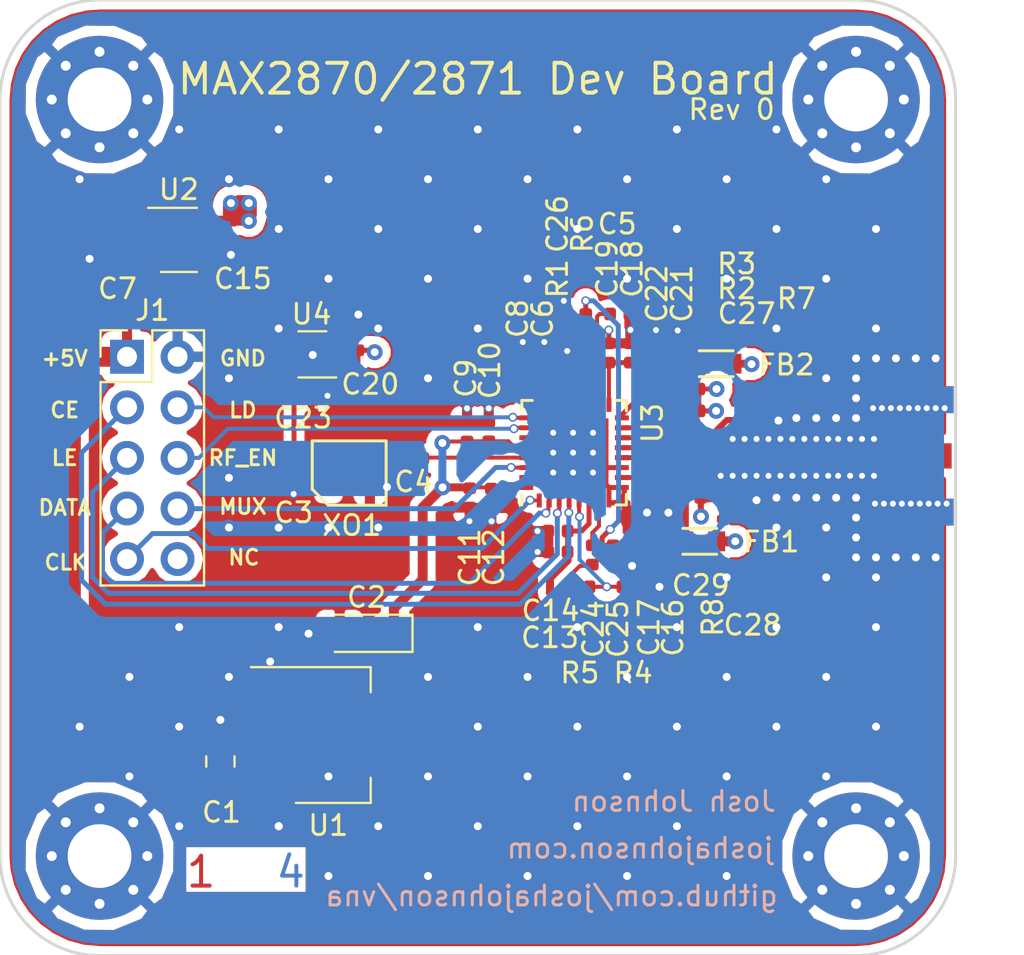
<source format=kicad_pcb>
(kicad_pcb (version 20171130) (host pcbnew "(5.0.2)-1")
  (title_block (title "MAX2870/2871 Dev Board") (date 2018-12-29) (company "Josh Johnson"))
  (layers (0 F.Cu signal) (1 In1.Cu power) (2 In2.Cu power) (31 B.Cu signal) (35 F.Paste user) (36 B.SilkS user) (37 F.SilkS user) (38 B.Mask user) (39 F.Mask user) (44 Edge.Cuts user hide))
  (net 0 "")
  (net 1 GND)
  (net 2 +5V)
  (net 3 +3V3)
  (net 4 +1V8)
  (net 5 "Net-(C4-Pad1)")
  (net 6 "Net-(C4-Pad2)")
  (net 7 "Net-(C5-Pad1)")
  (net 8 "Net-(C6-Pad1)")
  (net 9 "Net-(C8-Pad1)")
  (net 10 +3.3VA)
  (net 11 "Net-(C24-Pad1)")
  (net 12 "Net-(C24-Pad2)")
  (net 13 "Net-(C26-Pad1)")
  (net 14 "Net-(C27-Pad1)")
  (net 15 /RF_OUT_N)
  (net 16 /LD)
  (net 17 /MUX_OUT)
  (net 18 /RFOUT_EN)
  (net 19 /CE)
  (net 20 /LE)
  (net 21 /DATA)
  (net 22 /CLK)
  (net 23 /RF_OUT_P)
  (net 24 "Net-(R1-Pad1)")
  (net 25 "Net-(R2-Pad2)")
  (net 26 "Net-(R3-Pad2)")
  (net 27 "Net-(R4-Pad1)")
  (net 28 "Net-(U2-Pad4)")
  (net 29 "Net-(C29-Pad1)")
  (net 30 /3v3_PLL)
  (net 31 /3v3_RF)
  (net 32 "Net-(J1-Pad10)")
  (module VNA_Footprints:SMA_EDGE_MOUNT (layer F.Cu) (at 101.8 88.9)
    (fp_text reference J2)
    (fp_text value SMA)
    (pad 1 smd rect (at 0.2 0 90) (size 1.27 3.6) (layers F.Cu F.Mask) (net 29 "Net-(C29-Pad1)"))
    (pad 2 smd rect (at 0 -2.825 90) (size 1.35 4.2) (layers F.Cu F.Mask) (net 1 GND))
    (pad 2 smd rect (at 0 2.825 90) (size 1.35 4.2) (layers F.Cu F.Mask) (net 1 GND))
    (pad 2 smd rect (at 0 -2.825 90) (size 1.35 4.2) (layers B.Cu B.Mask) (net 1 GND))
    (pad 2 smd rect (at 0 2.825 90) (size 1.35 4.2) (layers B.Cu B.Mask) (net 1 GND))
  )
  (module Capacitor_SMD:C_0402_1005Metric (layer F.Cu) (at 84.025 93.725 180)
    (fp_text reference C13 (at 0.4 -4.3 180) (layer F.SilkS))
    (fp_text value 10n)
    (pad 1 smd roundrect (at -0.485 0 180) (size 0.59 0.64) (layers F.Cu F.Paste F.Mask) (net 30 /3v3_PLL))
    (pad 2 smd roundrect (at 0.485 0 180) (size 0.59 0.64) (layers F.Cu F.Paste F.Mask) (net 1 GND))
  )
  (module VNA_Footprints:BEADC1608X95N (layer F.Cu) (at 91.2 93.19)
    (fp_text reference FB1 (at 3.542 0.028) (layer F.SilkS))
    (fp_text value BLM18PG181SN1D hide)
    (pad 2 smd rect (at 0.8 0) (size 0.85 1) (layers F.Cu F.Paste F.Mask) (net 10 +3.3VA))
    (pad 1 smd rect (at -0.8 0) (size 0.85 1) (layers F.Cu F.Paste F.Mask) (net 30 /3v3_PLL))
  )
  (module VNA_Footprints:BEADC1608X95N (layer F.Cu) (at 92.02 84.27)
    (fp_text reference FB2 (at 3.484 0.058) (layer F.SilkS))
    (fp_text value BLM18PG181SN1D hide)
    (pad 2 smd rect (at 0.8 0) (size 0.85 1) (layers F.Cu F.Paste F.Mask) (net 10 +3.3VA))
    (pad 1 smd rect (at -0.8 0) (size 0.85 1) (layers F.Cu F.Paste F.Mask) (net 31 /3v3_RF))
  )
  (module VNA_Footprints:ASTXR-12 (layer F.Cu) (at 73.54 89.76)
    (fp_text reference XO1 (at 0.13 2.63 180) (layer F.SilkS))
    (fp_text value ASTXR-12-19.200MHz)
    (pad 6 smd rect (at -1.04 -0.695) (size 0.63 0.84) (layers F.Cu F.Paste F.Mask) (net 4 +1V8))
    (pad 1 smd rect (at -1.04 0.695) (size 0.63 0.84) (layers F.Cu F.Paste F.Mask))
    (pad 4 smd rect (at 1.04 -0.695) (size 0.63 0.84) (layers F.Cu F.Paste F.Mask) (net 6 "Net-(C4-Pad2)"))
    (pad 3 smd rect (at 1.04 0.695) (size 0.63 0.84) (layers F.Cu F.Paste F.Mask) (net 1 GND))
  )
  (module Capacitor_SMD:C_0402_1005Metric (layer F.Cu) (at 89.575 90.475 270)
    (fp_text reference C16 (at 7.05 -0.225 270) (layer F.SilkS))
    (fp_text value 10n)
    (pad 2 smd roundrect (at 0.485 0 270) (size 0.59 0.64) (layers F.Cu F.Paste F.Mask) (net 1 GND))
    (pad 1 smd roundrect (at -0.485 0 270) (size 0.59 0.64) (layers F.Cu F.Paste F.Mask) (net 30 /3v3_PLL))
  )
  (module VNA_Footprints:QFN-32-1EP_5x5mm_Pitch0.5mm_Thermal_Vias (layer F.Cu) (at 84.8375 88.7375 90)
    (fp_text reference U3 (at 1.4875 3.9325 90) (layer F.SilkS))
    (fp_text value MAX2871)
    (pad 33 smd rect (at -0.8625 -0.8625 90) (size 1.725 1.725) (layers F.Cu F.Paste F.Mask) (net 1 GND))
    (pad 33 smd rect (at -0.8625 0.8625 90) (size 1.725 1.725) (layers F.Cu F.Paste F.Mask) (net 1 GND))
    (pad 33 smd rect (at 0.8625 -0.8625 90) (size 1.725 1.725) (layers F.Cu F.Paste F.Mask) (net 1 GND))
    (pad 33 smd rect (at 0.8625 0.8625 90) (size 1.725 1.725) (layers F.Cu F.Paste F.Mask) (net 1 GND))
    (pad 32 smd rect (at -1.75 -2.4 180) (size 0.7 0.25) (layers F.Cu F.Paste F.Mask) (net 3 +3V3))
    (pad 31 smd rect (at -1.25 -2.4 180) (size 0.7 0.25) (layers F.Cu F.Paste F.Mask) (net 1 GND))
    (pad 30 smd rect (at -0.75 -2.4 180) (size 0.7 0.25) (layers F.Cu F.Paste F.Mask) (net 17 /MUX_OUT))
    (pad 29 smd rect (at -0.25 -2.4 180) (size 0.7 0.25) (layers F.Cu F.Paste F.Mask) (net 5 "Net-(C4-Pad1)"))
    (pad 28 smd rect (at 0.25 -2.4 180) (size 0.7 0.25) (layers F.Cu F.Paste F.Mask) (net 3 +3V3))
    (pad 27 smd rect (at 0.75 -2.4 180) (size 0.7 0.25) (layers F.Cu F.Paste F.Mask) (net 1 GND))
    (pad 26 smd rect (at 1.25 -2.4 180) (size 0.7 0.25) (layers F.Cu F.Paste F.Mask) (net 18 /RFOUT_EN))
    (pad 25 smd rect (at 1.75 -2.4 180) (size 0.7 0.25) (layers F.Cu F.Paste F.Mask) (net 16 /LD))
    (pad 24 smd rect (at 2.4 -1.75 90) (size 0.7 0.25) (layers F.Cu F.Paste F.Mask) (net 9 "Net-(C8-Pad1)"))
    (pad 23 smd rect (at 2.4 -1.25 90) (size 0.7 0.25) (layers F.Cu F.Paste F.Mask) (net 8 "Net-(C6-Pad1)"))
    (pad 22 smd rect (at 2.4 -0.75 90) (size 0.7 0.25) (layers F.Cu F.Paste F.Mask) (net 24 "Net-(R1-Pad1)"))
    (pad 21 smd rect (at 2.4 -0.25 90) (size 0.7 0.25) (layers F.Cu F.Paste F.Mask) (net 1 GND))
    (pad 20 smd rect (at 2.4 0.25 90) (size 0.7 0.25) (layers F.Cu F.Paste F.Mask) (net 13 "Net-(C26-Pad1)"))
    (pad 19 smd rect (at 2.4 0.75 90) (size 0.7 0.25) (layers F.Cu F.Paste F.Mask) (net 7 "Net-(C5-Pad1)"))
    (pad 18 smd rect (at 2.4 1.25 90) (size 0.7 0.25) (layers F.Cu F.Paste F.Mask) (net 1 GND))
    (pad 17 smd rect (at 2.4 1.75 90) (size 0.7 0.25) (layers F.Cu F.Paste F.Mask) (net 31 /3v3_RF))
    (pad 16 smd rect (at 1.75 2.4 180) (size 0.7 0.25) (layers F.Cu F.Paste F.Mask) (net 31 /3v3_RF))
    (pad 15 smd rect (at 1.25 2.4 180) (size 0.7 0.25) (layers F.Cu F.Paste F.Mask) (net 26 "Net-(R3-Pad2)"))
    (pad 14 smd rect (at 0.75 2.4 180) (size 0.7 0.25) (layers F.Cu F.Paste F.Mask) (net 25 "Net-(R2-Pad2)"))
    (pad 13 smd rect (at 0.25 2.4 180) (size 0.7 0.25) (layers F.Cu F.Paste F.Mask) (net 15 /RF_OUT_N))
    (pad 12 smd rect (at -0.25 2.4 180) (size 0.7 0.25) (layers F.Cu F.Paste F.Mask) (net 23 /RF_OUT_P))
    (pad 11 smd rect (at -0.75 2.4 180) (size 0.7 0.25) (layers F.Cu F.Paste F.Mask) (net 1 GND))
    (pad 10 smd rect (at -1.25 2.4 180) (size 0.7 0.25) (layers F.Cu F.Paste F.Mask) (net 30 /3v3_PLL))
    (pad 9 smd rect (at -1.75 2.4 180) (size 0.7 0.25) (layers F.Cu F.Paste F.Mask) (net 1 GND))
    (pad 8 smd rect (at -2.4 1.75 90) (size 0.7 0.25) (layers F.Cu F.Paste F.Mask) (net 1 GND))
    (pad 7 smd rect (at -2.4 1.25 90) (size 0.7 0.25) (layers F.Cu F.Paste F.Mask) (net 12 "Net-(C24-Pad2)"))
    (pad 6 smd rect (at -2.4 0.75 90) (size 0.7 0.25) (layers F.Cu F.Paste F.Mask) (net 30 /3v3_PLL))
    (pad 5 smd rect (at -2.4 0.25 90) (size 0.7 0.25) (layers F.Cu F.Paste F.Mask) (net 27 "Net-(R4-Pad1)"))
    (pad 4 smd rect (at -2.4 -0.25 90) (size 0.7 0.25) (layers F.Cu F.Paste F.Mask) (net 19 /CE))
    (pad 3 smd rect (at -2.4 -0.75 90) (size 0.7 0.25) (layers F.Cu F.Paste F.Mask) (net 20 /LE))
    (pad 2 smd rect (at -2.4 -1.25 90) (size 0.7 0.25) (layers F.Cu F.Paste F.Mask) (net 21 /DATA))
    (pad 1 smd rect (at -2.4 -1.75 90) (size 0.7 0.25) (layers F.Cu F.Paste F.Mask) (net 22 /CLK))
    (pad 33 thru_hole circle (at -1 -1.05 90) (size 0.6 0.6) (drill 0.3) (layers *.Cu) (net 1 GND))
    (pad 33 thru_hole circle (at 0 -1.05 90) (size 0.6 0.6) (drill 0.3) (layers *.Cu) (net 1 GND))
    (pad 33 thru_hole circle (at 1 -1.05 90) (size 0.6 0.6) (drill 0.3) (layers *.Cu) (net 1 GND))
    (pad 33 thru_hole circle (at -1 -0.05 90) (size 0.6 0.6) (drill 0.3) (layers *.Cu) (net 1 GND))
    (pad 33 thru_hole circle (at 0 -0.05 90) (size 0.6 0.6) (drill 0.3) (layers *.Cu) (net 1 GND))
    (pad 33 thru_hole circle (at 1 -0.05 90) (size 0.6 0.6) (drill 0.3) (layers *.Cu) (net 1 GND))
    (pad 33 thru_hole circle (at -1 0.95 90) (size 0.6 0.6) (drill 0.3) (layers *.Cu) (net 1 GND))
    (pad 33 thru_hole circle (at 0 0.95 90) (size 0.6 0.6) (drill 0.3) (layers *.Cu) (net 1 GND))
    (pad 33 thru_hole circle (at 1 0.95 90) (size 0.6 0.6) (drill 0.3) (layers *.Cu) (net 1 GND))
  )
  (module VNA_Footprints:4LayerCheck (layer F.Cu) (at 68.6 109.8)
    (fp_text reference REF**)
    (fp_text value 4LayerCheck)
    (fp_text user 4 (at 2 0) (layer B.Cu) (effects (font (size 1.5 1.5) (thickness 0.2))))
    (fp_text user 1 (at -2.5 0) (layer F.Cu) (effects (font (size 1.5 1.5) (thickness 0.2))))
  )
  (module VNA_Footprints:OSHW_Logo_3.6x3.6_F.Mask (layer F.Cu) (at 75 109.75)
    (fp_text reference "" hide)
    (fp_text value "" hide)
  )
  (module Capacitor_SMD:C_0805_2012Metric (layer F.Cu) (at 67.07 104.25 90)
    (fp_text reference C1 (at -2.55 0.055 180) (layer F.SilkS))
    (fp_text value 10u)
    (pad 1 smd roundrect (at -0.9375 0 90) (size 0.975 1.4) (layers F.Cu F.Paste F.Mask) (net 2 +5V))
    (pad 2 smd roundrect (at 0.9375 0 90) (size 0.975 1.4) (layers F.Cu F.Paste F.Mask) (net 1 GND))
  )
  (module Capacitor_Tantalum_SMD:CP_EIA-3216-18_Kemet-A (layer F.Cu) (at 74.41 97.81 180)
    (fp_text reference C2 (at 0 1.81 180) (layer F.SilkS))
    (fp_text value 22u)
    (pad 1 smd roundrect (at -1.35 0 180) (size 1.4 1.35) (layers F.Cu F.Paste F.Mask) (roundrect_rratio 0.185185) (net 3 +3V3))
    (pad 2 smd roundrect (at 1.35 0 180) (size 1.4 1.35) (layers F.Cu F.Paste F.Mask) (roundrect_rratio 0.185185) (net 1 GND))
  )
  (module Capacitor_SMD:C_0402_1005Metric (layer F.Cu) (at 70.77 89.63 270)
    (fp_text reference C3 (at 2.12 0.02) (layer F.SilkS))
    (fp_text value 100n)
    (pad 1 smd roundrect (at -0.485 0 270) (size 0.59 0.64) (layers F.Cu F.Paste F.Mask) (net 4 +1V8))
    (pad 2 smd roundrect (at 0.485 0 270) (size 0.59 0.64) (layers F.Cu F.Paste F.Mask) (net 1 GND))
  )
  (module Capacitor_SMD:C_0402_1005Metric (layer F.Cu) (at 76.78 89.03 180)
    (fp_text reference C4 (at 0 -1.17 180) (layer F.SilkS))
    (fp_text value 10n)
    (pad 1 smd roundrect (at -0.485 0 180) (size 0.59 0.64) (layers F.Cu F.Paste F.Mask) (net 5 "Net-(C4-Pad1)"))
    (pad 2 smd roundrect (at 0.485 0 180) (size 0.59 0.64) (layers F.Cu F.Paste F.Mask) (net 6 "Net-(C4-Pad2)"))
  )
  (module Capacitor_SMD:C_0402_1005Metric (layer F.Cu) (at 87.13 81.77)
    (fp_text reference C5 (at -0.13 -4.52) (layer F.SilkS))
    (fp_text value 1u)
    (pad 1 smd roundrect (at -0.485 0) (size 0.59 0.64) (layers F.Cu F.Paste F.Mask) (net 7 "Net-(C5-Pad1)"))
    (pad 2 smd roundrect (at 0.485 0) (size 0.59 0.64) (layers F.Cu F.Paste F.Mask) (net 1 GND))
  )
  (module Capacitor_SMD:C_0402_1005Metric (layer F.Cu) (at 83.34 84.33 90)
    (fp_text reference C6 (at 2.33 -0.09 90) (layer F.SilkS))
    (fp_text value 1u)
    (pad 2 smd roundrect (at 0.485 0 90) (size 0.59 0.64) (layers F.Cu F.Paste F.Mask) (net 1 GND))
    (pad 1 smd roundrect (at -0.485 0 90) (size 0.59 0.64) (layers F.Cu F.Paste F.Mask) (net 8 "Net-(C6-Pad1)"))
  )
  (module Capacitor_SMD:C_0402_1005Metric (layer F.Cu) (at 61.92 79.01 180)
    (fp_text reference C7 (at 0.02 -1.49 180) (layer F.SilkS))
    (fp_text value 1u)
    (pad 2 smd roundrect (at 0.485 0 180) (size 0.59 0.64) (layers F.Cu F.Paste F.Mask) (net 1 GND))
    (pad 1 smd roundrect (at -0.485 0 180) (size 0.59 0.64) (layers F.Cu F.Paste F.Mask) (net 2 +5V))
  )
  (module Capacitor_SMD:C_0402_1005Metric (layer F.Cu) (at 82.26 84.33 90)
    (fp_text reference C8 (at 2.33 -0.26 90) (layer F.SilkS))
    (fp_text value 1u)
    (pad 1 smd roundrect (at -0.485 0 90) (size 0.59 0.64) (layers F.Cu F.Paste F.Mask) (net 9 "Net-(C8-Pad1)"))
    (pad 2 smd roundrect (at 0.485 0 90) (size 0.59 0.64) (layers F.Cu F.Paste F.Mask) (net 1 GND))
  )
  (module Capacitor_SMD:C_0402_1005Metric (layer F.Cu) (at 79.46 87.69 90)
    (fp_text reference C9 (at 2.69 -0.06 90) (layer F.SilkS))
    (fp_text value 10n)
    (pad 1 smd roundrect (at -0.485 0 90) (size 0.59 0.64) (layers F.Cu F.Paste F.Mask) (net 3 +3V3))
    (pad 2 smd roundrect (at 0.485 0 90) (size 0.59 0.64) (layers F.Cu F.Paste F.Mask) (net 1 GND))
  )
  (module Capacitor_SMD:C_0402_1005Metric (layer F.Cu) (at 80.55 87.68 90)
    (fp_text reference C10 (at 3.08 0.05 90) (layer F.SilkS))
    (fp_text value 100p)
    (pad 1 smd roundrect (at -0.485 0 90) (size 0.59 0.64) (layers F.Cu F.Paste F.Mask) (net 3 +3V3))
    (pad 2 smd roundrect (at 0.485 0 90) (size 0.59 0.64) (layers F.Cu F.Paste F.Mask) (net 1 GND))
  )
  (module Capacitor_SMD:C_0402_1005Metric (layer F.Cu) (at 79.59 91.01 270)
    (fp_text reference C11 (at 2.99 -0.01 270) (layer F.SilkS))
    (fp_text value 10n)
    (pad 1 smd roundrect (at -0.485 0 270) (size 0.59 0.64) (layers F.Cu F.Paste F.Mask) (net 3 +3V3))
    (pad 2 smd roundrect (at 0.485 0 270) (size 0.59 0.64) (layers F.Cu F.Paste F.Mask) (net 1 GND))
  )
  (module Capacitor_SMD:C_0402_1005Metric (layer F.Cu) (at 80.68 91.03 270)
    (fp_text reference C12 (at 2.97 -0.12 270) (layer F.SilkS))
    (fp_text value 100p)
    (pad 2 smd roundrect (at 0.485 0 270) (size 0.59 0.64) (layers F.Cu F.Paste F.Mask) (net 1 GND))
    (pad 1 smd roundrect (at -0.485 0 270) (size 0.59 0.64) (layers F.Cu F.Paste F.Mask) (net 3 +3V3))
  )
  (module Capacitor_SMD:C_0402_1005Metric (layer F.Cu) (at 84.025 92.675 180)
    (fp_text reference C14 (at 0.375 -4 180) (layer F.SilkS))
    (fp_text value 100p)
    (pad 2 smd roundrect (at 0.485 0 180) (size 0.59 0.64) (layers F.Cu F.Paste F.Mask) (net 1 GND))
    (pad 1 smd roundrect (at -0.485 0 180) (size 0.59 0.64) (layers F.Cu F.Paste F.Mask) (net 30 /3v3_PLL))
  )
  (module Capacitor_SMD:C_0402_1005Metric (layer F.Cu) (at 67.6 77.57 270)
    (fp_text reference C15 (at 2.43 -0.6) (layer F.SilkS))
    (fp_text value 1u)
    (pad 1 smd roundrect (at -0.485 0 270) (size 0.59 0.64) (layers F.Cu F.Paste F.Mask) (net 10 +3.3VA))
    (pad 2 smd roundrect (at 0.485 0 270) (size 0.59 0.64) (layers F.Cu F.Paste F.Mask) (net 1 GND))
  )
  (module Capacitor_SMD:C_0402_1005Metric (layer F.Cu) (at 88.5 90.475 270)
    (fp_text reference C17 (at 7.05 -0.1 270) (layer F.SilkS))
    (fp_text value 100p)
    (pad 1 smd roundrect (at -0.485 0 270) (size 0.59 0.64) (layers F.Cu F.Paste F.Mask) (net 30 /3v3_PLL))
    (pad 2 smd roundrect (at 0.485 0 270) (size 0.59 0.64) (layers F.Cu F.Paste F.Mask) (net 1 GND))
  )
  (module Capacitor_SMD:C_0402_1005Metric (layer F.Cu) (at 87.66 83.73 90)
    (fp_text reference C18 (at 4.23 0.09 90) (layer F.SilkS))
    (fp_text value 10n)
    (pad 2 smd roundrect (at 0.485 0 90) (size 0.59 0.64) (layers F.Cu F.Paste F.Mask) (net 1 GND))
    (pad 1 smd roundrect (at -0.485 0 90) (size 0.59 0.64) (layers F.Cu F.Paste F.Mask) (net 31 /3v3_RF))
  )
  (module Capacitor_SMD:C_0402_1005Metric (layer F.Cu) (at 86.58 83.73 90)
    (fp_text reference C19 (at 4.23 -0.08 90) (layer F.SilkS))
    (fp_text value 100p)
    (pad 2 smd roundrect (at 0.485 0 90) (size 0.59 0.64) (layers F.Cu F.Paste F.Mask) (net 1 GND))
    (pad 1 smd roundrect (at -0.485 0 90) (size 0.59 0.64) (layers F.Cu F.Paste F.Mask) (net 31 /3v3_RF))
  )
  (module Capacitor_SMD:C_0402_1005Metric (layer F.Cu) (at 73.98 83.11 90)
    (fp_text reference C20 (at -2.19 0.62 180) (layer F.SilkS))
    (fp_text value 1u)
    (pad 1 smd roundrect (at -0.485 0 90) (size 0.59 0.64) (layers F.Cu F.Paste F.Mask) (net 10 +3.3VA))
    (pad 2 smd roundrect (at 0.485 0 90) (size 0.59 0.64) (layers F.Cu F.Paste F.Mask) (net 1 GND))
  )
  (module Capacitor_SMD:C_0402_1005Metric (layer F.Cu) (at 90.03 83.74 90)
    (fp_text reference C21 (at 2.99 0.22 90) (layer F.SilkS))
    (fp_text value 10n)
    (pad 1 smd roundrect (at -0.485 0 90) (size 0.59 0.64) (layers F.Cu F.Paste F.Mask) (net 31 /3v3_RF))
    (pad 2 smd roundrect (at 0.485 0 90) (size 0.59 0.64) (layers F.Cu F.Paste F.Mask) (net 1 GND))
  )
  (module Capacitor_SMD:C_0402_1005Metric (layer F.Cu) (at 88.94 83.73 90)
    (fp_text reference C22 (at 2.98 0.06 90) (layer F.SilkS))
    (fp_text value 100p)
    (pad 2 smd roundrect (at 0.485 0 90) (size 0.59 0.64) (layers F.Cu F.Paste F.Mask) (net 1 GND))
    (pad 1 smd roundrect (at -0.485 0 90) (size 0.59 0.64) (layers F.Cu F.Paste F.Mask) (net 31 /3v3_RF))
  )
  (module Capacitor_SMD:C_0402_1005Metric (layer F.Cu) (at 71.225 85.86)
    (fp_text reference C23 (at 0 1.14) (layer F.SilkS))
    (fp_text value 1u)
    (pad 2 smd roundrect (at 0.485 0) (size 0.59 0.64) (layers F.Cu F.Paste F.Mask) (net 1 GND))
    (pad 1 smd roundrect (at -0.485 0) (size 0.59 0.64) (layers F.Cu F.Paste F.Mask) (net 4 +1V8))
  )
  (module Capacitor_SMD:C_0402_1005Metric (layer F.Cu) (at 85.75 93.875 90)
    (fp_text reference C24 (at -3.725 0.05 90) (layer F.SilkS))
    (fp_text value 100n)
    (pad 2 smd roundrect (at 0.485 0 90) (size 0.59 0.64) (layers F.Cu F.Paste F.Mask) (net 12 "Net-(C24-Pad2)"))
    (pad 1 smd roundrect (at -0.485 0 90) (size 0.59 0.64) (layers F.Cu F.Paste F.Mask) (net 11 "Net-(C24-Pad1)"))
  )
  (module Capacitor_SMD:C_0402_1005Metric (layer F.Cu) (at 86.8 93.875 270)
    (fp_text reference C25 (at 3.725 -0.23 270) (layer F.SilkS))
    (fp_text value 12n)
    (pad 2 smd roundrect (at 0.485 0 270) (size 0.59 0.64) (layers F.Cu F.Paste F.Mask) (net 1 GND))
    (pad 1 smd roundrect (at -0.485 0 270) (size 0.59 0.64) (layers F.Cu F.Paste F.Mask) (net 12 "Net-(C24-Pad2)"))
  )
  (module Capacitor_SMD:C_0402_1005Metric (layer F.Cu) (at 84.32 82.26 90)
    (fp_text reference C26 (at 5.01 -0.32 90) (layer F.SilkS))
    (fp_text value 820p)
    (pad 1 smd roundrect (at -0.485 0 90) (size 0.59 0.64) (layers F.Cu F.Paste F.Mask) (net 13 "Net-(C26-Pad1)"))
    (pad 2 smd roundrect (at 0.485 0 90) (size 0.59 0.64) (layers F.Cu F.Paste F.Mask) (net 1 GND))
  )
  (module Capacitor_SMD:C_0402_1005Metric (layer F.Cu) (at 90.65 87.8 180)
    (fp_text reference C27 (at -2.85 6.05 180) (layer F.SilkS))
    (fp_text value 1n)
    (pad 1 smd roundrect (at -0.485 0 180) (size 0.59 0.64) (layers F.Cu F.Paste F.Mask) (net 14 "Net-(C27-Pad1)"))
    (pad 2 smd roundrect (at 0.485 0 180) (size 0.59 0.64) (layers F.Cu F.Paste F.Mask) (net 15 /RF_OUT_N))
  )
  (module Capacitor_SMD:C_0402_1005Metric (layer F.Cu) (at 92.675 91.125)
    (fp_text reference C28 (at 1.125 6.275) (layer F.SilkS))
    (fp_text value 100p)
    (pad 2 smd roundrect (at 0.485 0) (size 0.59 0.64) (layers F.Cu F.Paste F.Mask) (net 1 GND))
    (pad 1 smd roundrect (at -0.485 0) (size 0.59 0.64) (layers F.Cu F.Paste F.Mask) (net 10 +3.3VA))
  )
  (module Capacitor_SMD:C_0402_1005Metric (layer F.Cu) (at 90.65 88.975 180)
    (fp_text reference C29 (at -0.55 -6.425 180) (layer F.SilkS))
    (fp_text value 1n)
    (pad 2 smd roundrect (at 0.485 0 180) (size 0.59 0.64) (layers F.Cu F.Paste F.Mask) (net 23 /RF_OUT_P))
    (pad 1 smd roundrect (at -0.485 0 180) (size 0.59 0.64) (layers F.Cu F.Paste F.Mask) (net 29 "Net-(C29-Pad1)"))
  )
  (module MountingHole:MountingHole_3.2mm_M3_Pad_Via (layer F.Cu) (at 61 71)
    (fp_text reference H1)
    (fp_text value MountingHole)
    (pad 1 thru_hole circle (at 1.697056 -1.697056) (size 0.8 0.8) (drill 0.5) (layers *.Cu *.Mask) (net 1 GND))
    (pad 1 thru_hole circle (at 0 -2.4) (size 0.8 0.8) (drill 0.5) (layers *.Cu *.Mask) (net 1 GND))
    (pad 1 thru_hole circle (at -1.697056 -1.697056) (size 0.8 0.8) (drill 0.5) (layers *.Cu *.Mask) (net 1 GND))
    (pad 1 thru_hole circle (at -2.4 0) (size 0.8 0.8) (drill 0.5) (layers *.Cu *.Mask) (net 1 GND))
    (pad 1 thru_hole circle (at -1.697056 1.697056) (size 0.8 0.8) (drill 0.5) (layers *.Cu *.Mask) (net 1 GND))
    (pad 1 thru_hole circle (at 0 2.4) (size 0.8 0.8) (drill 0.5) (layers *.Cu *.Mask) (net 1 GND))
    (pad 1 thru_hole circle (at 1.697056 1.697056) (size 0.8 0.8) (drill 0.5) (layers *.Cu *.Mask) (net 1 GND))
    (pad 1 thru_hole circle (at 2.4 0) (size 0.8 0.8) (drill 0.5) (layers *.Cu *.Mask) (net 1 GND))
    (pad 1 thru_hole circle (at 0 0) (size 6.4 6.4) (drill 3.2) (layers *.Cu *.Mask) (net 1 GND))
  )
  (module MountingHole:MountingHole_3.2mm_M3_Pad_Via (layer F.Cu) (at 61 109)
    (fp_text reference H2)
    (fp_text value MountingHole)
    (pad 1 thru_hole circle (at 0 0) (size 6.4 6.4) (drill 3.2) (layers *.Cu *.Mask) (net 1 GND))
    (pad 1 thru_hole circle (at 2.4 0) (size 0.8 0.8) (drill 0.5) (layers *.Cu *.Mask) (net 1 GND))
    (pad 1 thru_hole circle (at 1.697056 1.697056) (size 0.8 0.8) (drill 0.5) (layers *.Cu *.Mask) (net 1 GND))
    (pad 1 thru_hole circle (at 0 2.4) (size 0.8 0.8) (drill 0.5) (layers *.Cu *.Mask) (net 1 GND))
    (pad 1 thru_hole circle (at -1.697056 1.697056) (size 0.8 0.8) (drill 0.5) (layers *.Cu *.Mask) (net 1 GND))
    (pad 1 thru_hole circle (at -2.4 0) (size 0.8 0.8) (drill 0.5) (layers *.Cu *.Mask) (net 1 GND))
    (pad 1 thru_hole circle (at -1.697056 -1.697056) (size 0.8 0.8) (drill 0.5) (layers *.Cu *.Mask) (net 1 GND))
    (pad 1 thru_hole circle (at 0 -2.4) (size 0.8 0.8) (drill 0.5) (layers *.Cu *.Mask) (net 1 GND))
    (pad 1 thru_hole circle (at 1.697056 -1.697056) (size 0.8 0.8) (drill 0.5) (layers *.Cu *.Mask) (net 1 GND))
  )
  (module MountingHole:MountingHole_3.2mm_M3_Pad_Via (layer F.Cu) (at 99 109)
    (fp_text reference H3)
    (fp_text value MountingHole)
    (pad 1 thru_hole circle (at 1.697056 -1.697056) (size 0.8 0.8) (drill 0.5) (layers *.Cu *.Mask) (net 1 GND))
    (pad 1 thru_hole circle (at 0 -2.4) (size 0.8 0.8) (drill 0.5) (layers *.Cu *.Mask) (net 1 GND))
    (pad 1 thru_hole circle (at -1.697056 -1.697056) (size 0.8 0.8) (drill 0.5) (layers *.Cu *.Mask) (net 1 GND))
    (pad 1 thru_hole circle (at -2.4 0) (size 0.8 0.8) (drill 0.5) (layers *.Cu *.Mask) (net 1 GND))
    (pad 1 thru_hole circle (at -1.697056 1.697056) (size 0.8 0.8) (drill 0.5) (layers *.Cu *.Mask) (net 1 GND))
    (pad 1 thru_hole circle (at 0 2.4) (size 0.8 0.8) (drill 0.5) (layers *.Cu *.Mask) (net 1 GND))
    (pad 1 thru_hole circle (at 1.697056 1.697056) (size 0.8 0.8) (drill 0.5) (layers *.Cu *.Mask) (net 1 GND))
    (pad 1 thru_hole circle (at 2.4 0) (size 0.8 0.8) (drill 0.5) (layers *.Cu *.Mask) (net 1 GND))
    (pad 1 thru_hole circle (at 0 0) (size 6.4 6.4) (drill 3.2) (layers *.Cu *.Mask) (net 1 GND))
  )
  (module MountingHole:MountingHole_3.2mm_M3_Pad_Via (layer F.Cu) (at 99 71)
    (fp_text reference H4)
    (fp_text value MountingHole)
    (pad 1 thru_hole circle (at 0 0) (size 6.4 6.4) (drill 3.2) (layers *.Cu *.Mask) (net 1 GND))
    (pad 1 thru_hole circle (at 2.4 0) (size 0.8 0.8) (drill 0.5) (layers *.Cu *.Mask) (net 1 GND))
    (pad 1 thru_hole circle (at 1.697056 1.697056) (size 0.8 0.8) (drill 0.5) (layers *.Cu *.Mask) (net 1 GND))
    (pad 1 thru_hole circle (at 0 2.4) (size 0.8 0.8) (drill 0.5) (layers *.Cu *.Mask) (net 1 GND))
    (pad 1 thru_hole circle (at -1.697056 1.697056) (size 0.8 0.8) (drill 0.5) (layers *.Cu *.Mask) (net 1 GND))
    (pad 1 thru_hole circle (at -2.4 0) (size 0.8 0.8) (drill 0.5) (layers *.Cu *.Mask) (net 1 GND))
    (pad 1 thru_hole circle (at -1.697056 -1.697056) (size 0.8 0.8) (drill 0.5) (layers *.Cu *.Mask) (net 1 GND))
    (pad 1 thru_hole circle (at 0 -2.4) (size 0.8 0.8) (drill 0.5) (layers *.Cu *.Mask) (net 1 GND))
    (pad 1 thru_hole circle (at 1.697056 -1.697056) (size 0.8 0.8) (drill 0.5) (layers *.Cu *.Mask) (net 1 GND))
  )
  (module Connector_PinHeader_2.54mm:PinHeader_2x05_P2.54mm_Vertical (layer F.Cu) (at 62.38 83.92)
    (fp_text reference J1 (at 1.27 -2.33) (layer F.SilkS))
    (fp_text value Conn_02x05_Odd_Even)
    (pad 1 thru_hole rect (at 0 0) (size 1.7 1.7) (drill 1) (layers *.Cu *.Mask) (net 2 +5V))
    (pad 2 thru_hole oval (at 2.54 0) (size 1.7 1.7) (drill 1) (layers *.Cu *.Mask) (net 1 GND))
    (pad 3 thru_hole oval (at 0 2.54) (size 1.7 1.7) (drill 1) (layers *.Cu *.Mask) (net 19 /CE))
    (pad 4 thru_hole oval (at 2.54 2.54) (size 1.7 1.7) (drill 1) (layers *.Cu *.Mask) (net 16 /LD))
    (pad 5 thru_hole oval (at 0 5.08) (size 1.7 1.7) (drill 1) (layers *.Cu *.Mask) (net 20 /LE))
    (pad 6 thru_hole oval (at 2.54 5.08) (size 1.7 1.7) (drill 1) (layers *.Cu *.Mask) (net 18 /RFOUT_EN))
    (pad 7 thru_hole oval (at 0 7.62) (size 1.7 1.7) (drill 1) (layers *.Cu *.Mask) (net 21 /DATA))
    (pad 8 thru_hole oval (at 2.54 7.62) (size 1.7 1.7) (drill 1) (layers *.Cu *.Mask) (net 17 /MUX_OUT))
    (pad 9 thru_hole oval (at 0 10.16) (size 1.7 1.7) (drill 1) (layers *.Cu *.Mask) (net 22 /CLK))
    (pad 10 thru_hole oval (at 2.54 10.16) (size 1.7 1.7) (drill 1) (layers *.Cu *.Mask) (net 32 "Net-(J1-Pad10)"))
  )
  (module Resistor_SMD:R_0402_1005Metric (layer F.Cu) (at 84.48 84.56 90)
    (fp_text reference R1 (at 4.56 -0.48 90) (layer F.SilkS))
    (fp_text value 5.1k)
    (pad 2 smd roundrect (at 0.485 0 90) (size 0.59 0.64) (layers F.Cu F.Paste F.Mask) (net 1 GND))
    (pad 1 smd roundrect (at -0.485 0 90) (size 0.59 0.64) (layers F.Cu F.Paste F.Mask) (net 24 "Net-(R1-Pad1)"))
  )
  (module Resistor_SMD:R_0402_1005Metric (layer F.Cu) (at 90.65 86.64 180)
    (fp_text reference R2 (at -2.35 6.14 180) (layer F.SilkS))
    (fp_text value 0)
    (pad 1 smd roundrect (at -0.485 0 180) (size 0.59 0.64) (layers F.Cu F.Paste F.Mask) (net 10 +3.3VA))
    (pad 2 smd roundrect (at 0.485 0 180) (size 0.59 0.64) (layers F.Cu F.Paste F.Mask) (net 25 "Net-(R2-Pad2)"))
  )
  (module Resistor_SMD:R_0402_1005Metric (layer F.Cu) (at 90.64 85.54 180)
    (fp_text reference R3 (at -2.36 6.29 180) (layer F.SilkS))
    (fp_text value 0)
    (pad 2 smd roundrect (at 0.485 0 180) (size 0.59 0.64) (layers F.Cu F.Paste F.Mask) (net 26 "Net-(R3-Pad2)"))
    (pad 1 smd roundrect (at -0.485 0 180) (size 0.59 0.64) (layers F.Cu F.Paste F.Mask) (net 10 +3.3VA))
  )
  (module Resistor_SMD:R_0402_1005Metric (layer F.Cu) (at 87.75 95.475)
    (fp_text reference R4 (at 0.05 4.325) (layer F.SilkS))
    (fp_text value 90.9)
    (pad 2 smd roundrect (at 0.485 0) (size 0.59 0.64) (layers F.Cu F.Paste F.Mask) (net 1 GND))
    (pad 1 smd roundrect (at -0.485 0) (size 0.59 0.64) (layers F.Cu F.Paste F.Mask) (net 27 "Net-(R4-Pad1)"))
  )
  (module Resistor_SMD:R_0402_1005Metric (layer F.Cu) (at 85.125 95.475 180)
    (fp_text reference R5 (at 0 -4.325 180) (layer F.SilkS))
    (fp_text value 31.1)
    (pad 1 smd roundrect (at -0.485 0 180) (size 0.59 0.64) (layers F.Cu F.Paste F.Mask) (net 27 "Net-(R4-Pad1)"))
    (pad 2 smd roundrect (at 0.485 0 180) (size 0.59 0.64) (layers F.Cu F.Paste F.Mask) (net 11 "Net-(C24-Pad1)"))
  )
  (module Resistor_SMD:R_0402_1005Metric (layer F.Cu) (at 85.42 82.26 270)
    (fp_text reference R6 (at -4.535 0.17 270) (layer F.SilkS))
    (fp_text value 240)
    (pad 1 smd roundrect (at -0.485 0 270) (size 0.59 0.64) (layers F.Cu F.Paste F.Mask) (net 12 "Net-(C24-Pad2)"))
    (pad 2 smd roundrect (at 0.485 0 270) (size 0.59 0.64) (layers F.Cu F.Paste F.Mask) (net 13 "Net-(C26-Pad1)"))
  )
  (module Resistor_SMD:R_0402_1005Metric (layer F.Cu) (at 93.75 87.1)
    (fp_text reference R7 (at 2.25 -6.1) (layer F.SilkS))
    (fp_text value 49.9)
    (pad 1 smd roundrect (at -0.485 0) (size 0.59 0.64) (layers F.Cu F.Paste F.Mask) (net 14 "Net-(C27-Pad1)"))
    (pad 2 smd roundrect (at 0.485 0) (size 0.59 0.64) (layers F.Cu F.Paste F.Mask) (net 1 GND))
  )
  (module Resistor_SMD:R_0402_1005Metric (layer F.Cu) (at 91.2 90.525 90)
    (fp_text reference R8 (at -6.475 0.6 90) (layer F.SilkS))
    (fp_text value 49.9)
    (pad 2 smd roundrect (at 0.485 0 90) (size 0.59 0.64) (layers F.Cu F.Paste F.Mask) (net 29 "Net-(C29-Pad1)"))
    (pad 1 smd roundrect (at -0.485 0 90) (size 0.59 0.64) (layers F.Cu F.Paste F.Mask) (net 10 +3.3VA))
  )
  (module Package_TO_SOT_SMD:SOT-223-3_TabPin2 (layer F.Cu) (at 72.71 102.92)
    (fp_text reference U1 (at -0.22 4.54) (layer F.SilkS))
    (fp_text value AMS1117-3.3)
    (pad 2 smd rect (at 3.15 0) (size 2 3.8) (layers F.Cu F.Paste F.Mask) (net 3 +3V3))
    (pad 2 smd rect (at -3.15 0) (size 2 1.5) (layers F.Cu F.Paste F.Mask) (net 3 +3V3))
    (pad 3 smd rect (at -3.15 2.3) (size 2 1.5) (layers F.Cu F.Paste F.Mask) (net 2 +5V))
    (pad 1 smd rect (at -3.15 -2.3) (size 2 1.5) (layers F.Cu F.Paste F.Mask) (net 1 GND))
  )
  (module Package_TO_SOT_SMD:SOT-23-5 (layer F.Cu) (at 64.99 78.05)
    (fp_text reference U2 (at -0.01 -2.53) (layer F.SilkS))
    (fp_text value LP5907MFX-3.3)
    (pad 1 smd rect (at -1.1 -0.95) (size 1.06 0.65) (layers F.Cu F.Paste F.Mask) (net 2 +5V))
    (pad 2 smd rect (at -1.1 0) (size 1.06 0.65) (layers F.Cu F.Paste F.Mask) (net 1 GND))
    (pad 3 smd rect (at -1.1 0.95) (size 1.06 0.65) (layers F.Cu F.Paste F.Mask) (net 2 +5V))
    (pad 4 smd rect (at 1.1 0.95) (size 1.06 0.65) (layers F.Cu F.Paste F.Mask) (net 28 "Net-(U2-Pad4)"))
    (pad 5 smd rect (at 1.1 -0.95) (size 1.06 0.65) (layers F.Cu F.Paste F.Mask) (net 10 +3.3VA))
  )
  (module Package_TO_SOT_SMD:SOT-353_SC-70-5 (layer F.Cu) (at 71.69 83.8 180)
    (fp_text reference U4 (at 0.04 2.02) (layer F.SilkS))
    (fp_text value MIC5366-1.8)
    (pad 1 smd rect (at -0.95 -0.65 180) (size 0.65 0.4) (layers F.Cu F.Paste F.Mask) (net 10 +3.3VA))
    (pad 3 smd rect (at -0.95 0.65 180) (size 0.65 0.4) (layers F.Cu F.Paste F.Mask) (net 10 +3.3VA))
    (pad 2 smd rect (at -0.95 0 180) (size 0.65 0.4) (layers F.Cu F.Paste F.Mask) (net 1 GND))
    (pad 4 smd rect (at 0.95 0.65 180) (size 0.65 0.4) (layers F.Cu F.Paste F.Mask))
    (pad 5 smd rect (at 0.95 -0.65 180) (size 0.65 0.4) (layers F.Cu F.Paste F.Mask) (net 4 +1V8))
  )
  (gr_text "Rev 0" (at 92.75 71.5) (layer F.SilkS) (effects (font (size 1 1))))
  (gr_text github.com/joshajohnson/vna (at 83.7 111) (layer B.SilkS) (effects (font (size 1 1)) (justify mirror)))
  (gr_text joshajohnson.com (at 88.15 108.6) (layer B.SilkS) (effects (font (size 1 1)) (justify mirror)))
  (gr_text "Josh Johnson" (at 89.85 106.25) (layer B.SilkS) (effects (font (size 1 1)) (justify mirror)))
  (gr_text +5V (at 59.25 84) (layer F.SilkS) (effects (font (size 0.75 0.75))))
  (gr_text CE (at 59.25 86.6) (layer F.SilkS) (effects (font (size 0.75 0.75))))
  (gr_text CLK (at 59.3 94.25) (layer F.SilkS) (effects (font (size 0.75 0.75))))
  (gr_text DATA (at 59.25 91.5) (layer F.SilkS) (effects (font (size 0.75 0.75))))
  (gr_text LE (at 59.25 89) (layer F.SilkS) (effects (font (size 0.75 0.75))))
  (gr_text NC (at 68.25 94) (layer F.SilkS) (effects (font (size 0.75 0.75))))
  (gr_text "MUX\n" (at 68.2 91.45) (layer F.SilkS) (effects (font (size 0.75 0.75))))
  (gr_text GND (at 68.2 84) (layer F.SilkS) (effects (font (size 0.75 0.75))))
  (gr_text LD (at 68.2 86.6) (layer F.SilkS) (effects (font (size 0.75 0.75))))
  (gr_text RF_EN (at 68.2 89) (layer F.SilkS) (effects (font (size 0.75 0.75))))
  (gr_text "MAX2870/2871 Dev Board" (at 80 69.97) (layer F.SilkS) (effects (font (size 1.5 1.5) (thickness 0.2))))
  (gr_arc (start 99 109) (end 99 114) (angle -90) (layer Edge.Cuts) (width 0.15))
  (gr_line (start 99 114) (end 61 114) (layer Edge.Cuts) (width 0.15))
  (gr_line (start 56 109) (end 56 71) (layer Edge.Cuts) (width 0.15))
  (gr_arc (start 61 109) (end 56 109) (angle -90) (layer Edge.Cuts) (width 0.15))
  (gr_line (start 61 66) (end 99 66) (layer Edge.Cuts) (width 0.15))
  (gr_arc (start 61 71) (end 61 66) (angle -90) (layer Edge.Cuts) (width 0.15))
  (gr_line (start 104 71) (end 104 109) (layer Edge.Cuts) (width 0.15))
  (gr_arc (start 99 71) (end 104 71) (angle -90) (layer Edge.Cuts) (width 0.15))
  (via (at 94 91.125) (size 0.8) (drill 0.4) (layers F.Cu B.Cu) (net 1))
  (segment (start 93.225 91.125) (end 94 91.125) (width 0.25) (layer F.Cu) (net 1))
  (via (at 95.1 87.125) (size 0.8) (drill 0.4) (layers F.Cu B.Cu) (net 1))
  (segment (start 94.3 87.1) (end 95.075 87.1) (width 0.25) (layer F.Cu) (net 1))
  (segment (start 95.075 87.1) (end 95.1 87.125) (width 0.25) (layer F.Cu) (net 1))
  (via (at 87.75 94.425) (size 0.8) (drill 0.4) (layers F.Cu B.Cu) (net 1))
  (segment (start 86.975 94.425) (end 87.75 94.425) (width 0.25) (layer F.Cu) (net 1))
  (via (at 89.125 95.475) (size 0.8) (drill 0.4) (layers F.Cu B.Cu) (net 1))
  (segment (start 88.3 95.475) (end 89.125 95.475) (width 0.25) (layer F.Cu) (net 1))
  (segment (start 86.0875 87.4375) (end 85.7875 87.7375) (width 0.25) (layer F.Cu) (net 1))
  (segment (start 86.0875 86.3375) (end 86.0875 87.4375) (width 0.25) (layer F.Cu) (net 1))
  (segment (start 83.5875 89.9875) (end 83.975 89.6) (width 0.25) (layer F.Cu) (net 1))
  (segment (start 82.4375 89.9875) (end 83.5875 89.9875) (width 0.25) (layer F.Cu) (net 1))
  (segment (start 83.8625 87.9875) (end 83.975 87.875) (width 0.25) (layer F.Cu) (net 1))
  (segment (start 82.4375 87.9875) (end 83.8625 87.9875) (width 0.25) (layer F.Cu) (net 1))
  (segment (start 86.5875 91.1375) (end 86.5875 90.4875) (width 0.25) (layer F.Cu) (net 1))
  (segment (start 86.5875 90.4875) (end 85.7 89.6) (width 0.25) (layer F.Cu) (net 1))
  (segment (start 87.2375 90.4875) (end 86.5875 90.4875) (width 0.25) (layer F.Cu) (net 1))
  (segment (start 85.8125 89.4875) (end 85.7 89.6) (width 0.25) (layer F.Cu) (net 1))
  (segment (start 87.2375 89.4875) (end 85.8125 89.4875) (width 0.25) (layer F.Cu) (net 1))
  (segment (start 84.5875 87.2625) (end 83.975 87.875) (width 0.25) (layer F.Cu) (net 1))
  (segment (start 84.5875 86.3375) (end 84.5875 87.2625) (width 0.25) (layer F.Cu) (net 1))
  (segment (start 90.03 83.16) (end 90.04 83.17) (width 0.25) (layer F.Cu) (net 1))
  (via (at 88.95 82.58) (size 0.45) (drill 0.3) (layers F.Cu B.Cu) (net 1))
  (segment (start 88.96 83.17) (end 88.96 82.59) (width 0.25) (layer F.Cu) (net 1))
  (segment (start 88.96 82.59) (end 88.95 82.58) (width 0.25) (layer F.Cu) (net 1))
  (via (at 90.04 82.6) (size 0.45) (drill 0.3) (layers F.Cu B.Cu) (net 1))
  (segment (start 90.04 83.17) (end 90.04 82.6) (width 0.25) (layer F.Cu) (net 1))
  (via (at 87.67 82.57) (size 0.45) (drill 0.3) (layers F.Cu B.Cu) (net 1))
  (segment (start 87.66 83.18) (end 87.66 82.58) (width 0.25) (layer F.Cu) (net 1))
  (segment (start 87.66 82.58) (end 87.67 82.57) (width 0.25) (layer F.Cu) (net 1))
  (via (at 86.58 82.58) (size 0.45) (drill 0.3) (layers F.Cu B.Cu) (net 1))
  (segment (start 86.58 83.18) (end 86.58 82.58) (width 0.25) (layer F.Cu) (net 1))
  (segment (start 87.68 82.56) (end 87.67 82.57) (width 0.2) (layer F.Cu) (net 1))
  (segment (start 87.68 81.77) (end 87.68 82.56) (width 0.2) (layer F.Cu) (net 1))
  (via (at 84.32 81.11) (size 0.45) (drill 0.3) (layers F.Cu B.Cu) (net 1))
  (segment (start 84.32 81.71) (end 84.32 81.11) (width 0.2) (layer F.Cu) (net 1))
  (segment (start 83.44 83.88) (end 83.34 83.78) (width 0.2) (layer F.Cu) (net 1))
  (via (at 84.49 83.63) (size 0.45) (drill 0.3) (layers F.Cu B.Cu) (net 1))
  (segment (start 84.48 84.11) (end 84.48 83.64) (width 0.2) (layer F.Cu) (net 1))
  (segment (start 84.48 83.64) (end 84.49 83.63) (width 0.2) (layer F.Cu) (net 1))
  (via (at 83.34 83.18) (size 0.45) (drill 0.3) (layers F.Cu B.Cu) (net 1))
  (segment (start 83.34 83.78) (end 83.34 83.18) (width 0.2) (layer F.Cu) (net 1))
  (via (at 82.26 83.18) (size 0.45) (drill 0.3) (layers F.Cu B.Cu) (net 1))
  (segment (start 82.26 83.78) (end 82.26 83.18) (width 0.2) (layer F.Cu) (net 1))
  (via (at 75.44 90.46) (size 0.8) (drill 0.4) (layers F.Cu B.Cu) (net 1))
  (segment (start 74.58 90.455) (end 75.435 90.455) (width 0.4) (layer F.Cu) (net 1))
  (segment (start 75.435 90.455) (end 75.44 90.46) (width 0.4) (layer F.Cu) (net 1))
  (via (at 72.45 85.88) (size 0.45) (drill 0.3) (layers F.Cu B.Cu) (net 1))
  (segment (start 71.84 85.86) (end 72.43 85.86) (width 0.2) (layer F.Cu) (net 1))
  (segment (start 72.43 85.86) (end 72.45 85.88) (width 0.2) (layer F.Cu) (net 1))
  (via (at 71.71 83.83) (size 0.8) (drill 0.4) (layers F.Cu B.Cu) (net 1))
  (segment (start 72.64 83.8) (end 71.74 83.8) (width 0.4) (layer F.Cu) (net 1))
  (segment (start 71.74 83.8) (end 71.71 83.83) (width 0.4) (layer F.Cu) (net 1))
  (via (at 70.75 90.81) (size 0.45) (drill 0.3) (layers F.Cu B.Cu) (net 1))
  (segment (start 70.77 90.18) (end 70.77 90.79) (width 0.2) (layer F.Cu) (net 1))
  (segment (start 70.77 90.79) (end 70.75 90.81) (width 0.2) (layer F.Cu) (net 1))
  (via (at 79.58 92.18) (size 0.45) (drill 0.3) (layers F.Cu B.Cu) (net 1))
  (segment (start 79.59 91.56) (end 79.59 92.17) (width 0.2) (layer F.Cu) (net 1))
  (segment (start 79.59 92.17) (end 79.58 92.18) (width 0.2) (layer F.Cu) (net 1))
  (via (at 80.69 92.18) (size 0.45) (drill 0.3) (layers F.Cu B.Cu) (net 1))
  (segment (start 80.68 91.58) (end 80.68 92.17) (width 0.2) (layer F.Cu) (net 1))
  (segment (start 80.68 92.17) (end 80.69 92.18) (width 0.2) (layer F.Cu) (net 1))
  (segment (start 63.89 78.05) (end 64.93 78.05) (width 0.5) (layer F.Cu) (net 1))
  (segment (start 64.93 78.05) (end 64.95 78.07) (width 0.5) (layer F.Cu) (net 1))
  (via (at 60.5 79) (size 0.8) (drill 0.4) (layers F.Cu B.Cu) (net 1))
  (segment (start 61.37 79.01) (end 60.51 79.01) (width 0.25) (layer F.Cu) (net 1))
  (segment (start 60.51 79.01) (end 60.5 79) (width 0.25) (layer F.Cu) (net 1))
  (via (at 67.07 102.16) (size 0.8) (drill 0.4) (layers F.Cu B.Cu) (net 1))
  (segment (start 67.07 103.2) (end 67.07 102.16) (width 0.8) (layer F.Cu) (net 1))
  (via (at 69.57 99.23) (size 0.8) (drill 0.4) (layers F.Cu B.Cu) (net 1))
  (segment (start 69.56 100.62) (end 69.56 99.24) (width 0.8) (layer F.Cu) (net 1))
  (segment (start 69.56 99.24) (end 69.57 99.23) (width 0.8) (layer F.Cu) (net 1))
  (via (at 71.5 97.83) (size 0.8) (drill 0.4) (layers F.Cu B.Cu) (net 1))
  (segment (start 73.035 97.81) (end 71.52 97.81) (width 0.8) (layer F.Cu) (net 1))
  (segment (start 71.52 97.81) (end 71.5 97.83) (width 0.8) (layer F.Cu) (net 1))
  (via (at 80.55 86.507978) (size 0.45) (drill 0.3) (layers F.Cu B.Cu) (net 1))
  (segment (start 80.55 87.13) (end 80.55 86.507978) (width 0.2) (layer F.Cu) (net 1))
  (segment (start 79.46 87.14) (end 79.46 86.507978) (width 0.2) (layer F.Cu) (net 1))
  (via (at 79.46 86.507978) (size 0.45) (drill 0.3) (layers F.Cu B.Cu) (net 1))
  (via (at 97.6 88.05) (size 0.45) (drill 0.3) (layers F.Cu B.Cu) (net 1))
  (via (at 97 88.05) (size 0.45) (drill 0.3) (layers F.Cu B.Cu) (net 1))
  (via (at 96.4 88.05) (size 0.45) (drill 0.3) (layers F.Cu B.Cu) (net 1))
  (via (at 95.8 88.05) (size 0.45) (drill 0.3) (layers F.Cu B.Cu) (net 1))
  (via (at 97.6 89.9) (size 0.45) (drill 0.3) (layers F.Cu B.Cu) (net 1))
  (via (at 97 89.9) (size 0.45) (drill 0.3) (layers F.Cu B.Cu) (net 1))
  (via (at 96.4 89.9) (size 0.45) (drill 0.3) (layers F.Cu B.Cu) (net 1))
  (via (at 95.8 89.9) (size 0.45) (drill 0.3) (layers F.Cu B.Cu) (net 1))
  (via (at 95.2 89.9) (size 0.45) (drill 0.3) (layers F.Cu B.Cu) (net 1))
  (via (at 94.6 89.9) (size 0.45) (drill 0.3) (layers F.Cu B.Cu) (net 1))
  (via (at 94 89.9) (size 0.45) (drill 0.3) (layers F.Cu B.Cu) (net 1))
  (via (at 93.4 89.9) (size 0.45) (drill 0.3) (layers F.Cu B.Cu) (net 1))
  (via (at 92.8 89.9) (size 0.45) (drill 0.3) (layers F.Cu B.Cu) (net 1))
  (via (at 92.2 89.9) (size 0.45) (drill 0.3) (layers F.Cu B.Cu) (net 1))
  (via (at 95.2 88.05) (size 0.45) (drill 0.3) (layers F.Cu B.Cu) (net 1))
  (via (at 94.6 88.05) (size 0.45) (drill 0.3) (layers F.Cu B.Cu) (net 1))
  (via (at 94 88.05) (size 0.45) (drill 0.3) (layers F.Cu B.Cu) (net 1))
  (via (at 93.4 88.05) (size 0.45) (drill 0.3) (layers F.Cu B.Cu) (net 1))
  (via (at 92.8 88.05) (size 0.45) (drill 0.3) (layers F.Cu B.Cu) (net 1))
  (segment (start 89.575 90.95) (end 89.575 91.75) (width 0.25) (layer F.Cu) (net 1))
  (via (at 89.575 91.75) (size 0.8) (drill 0.4) (layers F.Cu B.Cu) (net 1))
  (via (at 88.5 91.75) (size 0.8) (drill 0.4) (layers F.Cu B.Cu) (net 1))
  (segment (start 88.5 90.96) (end 88.5 91.75) (width 0.25) (layer F.Cu) (net 1))
  (via (at 83 93.725) (size 0.45) (drill 0.3) (layers F.Cu B.Cu) (net 1))
  (segment (start 83.54 93.725) (end 83 93.725) (width 0.25) (layer F.Cu) (net 1))
  (via (at 83 92.675) (size 0.45) (drill 0.3) (layers F.Cu B.Cu) (net 1))
  (segment (start 83.54 92.675) (end 83 92.675) (width 0.25) (layer F.Cu) (net 1))
  (via (at 99.9 88.05) (size 0.45) (drill 0.3) (layers F.Cu B.Cu) (net 1))
  (via (at 98.7 88.05) (size 0.45) (drill 0.3) (layers F.Cu B.Cu) (net 1))
  (via (at 98.1 88.05) (size 0.45) (drill 0.3) (layers F.Cu B.Cu) (net 1))
  (via (at 99.3 88.05) (size 0.45) (drill 0.3) (layers F.Cu B.Cu) (net 1))
  (via (at 99.3 89.9) (size 0.45) (drill 0.3) (layers F.Cu B.Cu) (net 1))
  (via (at 98.7 89.9) (size 0.45) (drill 0.3) (layers F.Cu B.Cu) (net 1))
  (via (at 98.1 89.9) (size 0.45) (drill 0.3) (layers F.Cu B.Cu) (net 1))
  (via (at 99.9 89.9) (size 0.45) (drill 0.3) (layers F.Cu B.Cu) (net 1))
  (via (at 100.3 86.5) (size 0.45) (drill 0.3) (layers F.Cu B.Cu) (net 1))
  (via (at 99.85 86.5) (size 0.45) (drill 0.3) (layers F.Cu B.Cu) (net 1))
  (via (at 101.2 86.5) (size 0.45) (drill 0.3) (layers F.Cu B.Cu) (net 1))
  (via (at 100.75 86.5) (size 0.45) (drill 0.3) (layers F.Cu B.Cu) (net 1))
  (via (at 101.65 86.5) (size 0.45) (drill 0.3) (layers F.Cu B.Cu) (net 1))
  (via (at 102.1 86.5) (size 0.45) (drill 0.3) (layers F.Cu B.Cu) (net 1))
  (via (at 102.55 86.5) (size 0.45) (drill 0.3) (layers F.Cu B.Cu) (net 1))
  (via (at 103 86.5) (size 0.45) (drill 0.3) (layers F.Cu B.Cu) (net 1))
  (via (at 103.45 86.5) (size 0.45) (drill 0.3) (layers F.Cu B.Cu) (net 1))
  (via (at 103.55 91.3) (size 0.45) (drill 0.3) (layers F.Cu B.Cu) (net 1))
  (via (at 100.85 91.3) (size 0.45) (drill 0.3) (layers F.Cu B.Cu) (net 1))
  (via (at 101.75 91.3) (size 0.45) (drill 0.3) (layers F.Cu B.Cu) (net 1))
  (via (at 102.65 91.3) (size 0.45) (drill 0.3) (layers F.Cu B.Cu) (net 1))
  (via (at 101.3 91.3) (size 0.45) (drill 0.3) (layers F.Cu B.Cu) (net 1))
  (via (at 102.2 91.3) (size 0.45) (drill 0.3) (layers F.Cu B.Cu) (net 1))
  (via (at 103.1 91.3) (size 0.45) (drill 0.3) (layers F.Cu B.Cu) (net 1))
  (via (at 100.4 91.3) (size 0.45) (drill 0.3) (layers F.Cu B.Cu) (net 1))
  (via (at 99.95 91.3) (size 0.45) (drill 0.3) (layers F.Cu B.Cu) (net 1))
  (via (at 103 94) (size 0.8) (drill 0.4) (layers F.Cu B.Cu) (net 1))
  (via (at 103 84) (size 0.8) (drill 0.4) (layers F.Cu B.Cu) (net 1))
  (via (at 102 84) (size 0.8) (drill 0.4) (layers F.Cu B.Cu) (net 1))
  (via (at 101 84) (size 0.8) (drill 0.4) (layers F.Cu B.Cu) (net 1))
  (via (at 100 84) (size 0.8) (drill 0.4) (layers F.Cu B.Cu) (net 1))
  (via (at 99 84) (size 0.8) (drill 0.4) (layers F.Cu B.Cu) (net 1))
  (via (at 99 85) (size 0.8) (drill 0.4) (layers F.Cu B.Cu) (net 1))
  (via (at 99 86) (size 0.8) (drill 0.4) (layers F.Cu B.Cu) (net 1))
  (via (at 99 87) (size 0.8) (drill 0.4) (layers F.Cu B.Cu) (net 1))
  (via (at 98 87) (size 0.8) (drill 0.4) (layers F.Cu B.Cu) (net 1))
  (via (at 97 87) (size 0.8) (drill 0.4) (layers F.Cu B.Cu) (net 1))
  (via (at 96 87) (size 0.8) (drill 0.4) (layers F.Cu B.Cu) (net 1))
  (via (at 95 91) (size 0.8) (drill 0.4) (layers F.Cu B.Cu) (net 1))
  (via (at 96 91) (size 0.8) (drill 0.4) (layers F.Cu B.Cu) (net 1))
  (via (at 97 91) (size 0.8) (drill 0.4) (layers F.Cu B.Cu) (net 1))
  (via (at 98 91) (size 0.8) (drill 0.4) (layers F.Cu B.Cu) (net 1))
  (via (at 99 91) (size 0.8) (drill 0.4) (layers F.Cu B.Cu) (net 1))
  (via (at 99 92) (size 0.8) (drill 0.4) (layers F.Cu B.Cu) (net 1))
  (via (at 99 93) (size 0.8) (drill 0.4) (layers F.Cu B.Cu) (net 1))
  (via (at 99 94) (size 0.8) (drill 0.4) (layers F.Cu B.Cu) (net 1))
  (via (at 100 94) (size 0.8) (drill 0.4) (layers F.Cu B.Cu) (net 1))
  (via (at 101 94) (size 0.8) (drill 0.4) (layers F.Cu B.Cu) (net 1))
  (via (at 102 94) (size 0.8) (drill 0.4) (layers F.Cu B.Cu) (net 1))
  (via (at 65 72.5) (size 0.8) (drill 0.4) (layers F.Cu B.Cu) (net 1))
  (via (at 70 72.5) (size 0.8) (drill 0.4) (layers F.Cu B.Cu) (net 1))
  (via (at 75 72.5) (size 0.8) (drill 0.4) (layers F.Cu B.Cu) (net 1))
  (via (at 80 72.5) (size 0.8) (drill 0.4) (layers F.Cu B.Cu) (net 1))
  (via (at 85 72.5) (size 0.8) (drill 0.4) (layers F.Cu B.Cu) (net 1))
  (via (at 90 72.5) (size 0.8) (drill 0.4) (layers F.Cu B.Cu) (net 1))
  (via (at 95 72.5) (size 0.8) (drill 0.4) (layers F.Cu B.Cu) (net 1))
  (via (at 95 77.5) (size 0.8) (drill 0.4) (layers F.Cu B.Cu) (net 1))
  (via (at 95 82.5) (size 0.8) (drill 0.4) (layers F.Cu B.Cu) (net 1))
  (via (at 92.5 80) (size 0.8) (drill 0.4) (layers F.Cu B.Cu) (net 1))
  (via (at 92.5 75) (size 0.8) (drill 0.4) (layers F.Cu B.Cu) (net 1))
  (via (at 90 77.5) (size 0.8) (drill 0.4) (layers F.Cu B.Cu) (net 1))
  (via (at 87.5 75) (size 0.8) (drill 0.4) (layers F.Cu B.Cu) (net 1))
  (via (at 85 77.5) (size 0.8) (drill 0.4) (layers F.Cu B.Cu) (net 1))
  (via (at 82.5 75) (size 0.8) (drill 0.4) (layers F.Cu B.Cu) (net 1))
  (via (at 80 77.5) (size 0.8) (drill 0.4) (layers F.Cu B.Cu) (net 1))
  (via (at 82.5 80) (size 0.8) (drill 0.4) (layers F.Cu B.Cu) (net 1))
  (via (at 80 82.5) (size 0.8) (drill 0.4) (layers F.Cu B.Cu) (net 1))
  (via (at 77.5 80) (size 0.8) (drill 0.4) (layers F.Cu B.Cu) (net 1))
  (via (at 72.5 80) (size 0.8) (drill 0.4) (layers F.Cu B.Cu) (net 1))
  (via (at 77.5 85) (size 0.8) (drill 0.4) (layers F.Cu B.Cu) (net 1))
  (via (at 67.5 85) (size 0.8) (drill 0.4) (layers F.Cu B.Cu) (net 1))
  (via (at 97.5 75) (size 0.8) (drill 0.4) (layers F.Cu B.Cu) (net 1))
  (via (at 100 82.5) (size 0.8) (drill 0.4) (layers F.Cu B.Cu) (net 1))
  (via (at 100 77.5) (size 0.8) (drill 0.4) (layers F.Cu B.Cu) (net 1))
  (via (at 97.5 80) (size 0.8) (drill 0.4) (layers F.Cu B.Cu) (net 1))
  (via (at 97.5 85) (size 0.8) (drill 0.4) (layers F.Cu B.Cu) (net 1))
  (via (at 60 102.5) (size 0.8) (drill 0.4) (layers F.Cu B.Cu) (net 1))
  (via (at 62.5 100) (size 0.8) (drill 0.4) (layers F.Cu B.Cu) (net 1))
  (via (at 65 102.5) (size 0.8) (drill 0.4) (layers F.Cu B.Cu) (net 1))
  (via (at 62.5 105) (size 0.8) (drill 0.4) (layers F.Cu B.Cu) (net 1))
  (via (at 65 107.5) (size 0.8) (drill 0.4) (layers F.Cu B.Cu) (net 1))
  (via (at 80 102.5) (size 0.8) (drill 0.4) (layers F.Cu B.Cu) (net 1))
  (via (at 80 107.5) (size 0.8) (drill 0.4) (layers F.Cu B.Cu) (net 1))
  (via (at 82.5 105) (size 0.8) (drill 0.4) (layers F.Cu B.Cu) (net 1))
  (via (at 82.5 100) (size 0.8) (drill 0.4) (layers F.Cu B.Cu) (net 1))
  (via (at 85 102.5) (size 0.8) (drill 0.4) (layers F.Cu B.Cu) (net 1))
  (via (at 87.5 105) (size 0.8) (drill 0.4) (layers F.Cu B.Cu) (net 1))
  (via (at 92.5 105) (size 0.8) (drill 0.4) (layers F.Cu B.Cu) (net 1))
  (via (at 97.5 105) (size 0.8) (drill 0.4) (layers F.Cu B.Cu) (net 1))
  (via (at 100 102.5) (size 0.8) (drill 0.4) (layers F.Cu B.Cu) (net 1))
  (via (at 100 97.5) (size 0.8) (drill 0.4) (layers F.Cu B.Cu) (net 1))
  (via (at 97.5 95) (size 0.8) (drill 0.4) (layers F.Cu B.Cu) (net 1))
  (via (at 95 97.5) (size 0.8) (drill 0.4) (layers F.Cu B.Cu) (net 1))
  (via (at 95 102.5) (size 0.8) (drill 0.4) (layers F.Cu B.Cu) (net 1))
  (via (at 97.5 100) (size 0.8) (drill 0.4) (layers F.Cu B.Cu) (net 1))
  (via (at 92.5 100) (size 0.8) (drill 0.4) (layers F.Cu B.Cu) (net 1))
  (via (at 87.5 100) (size 0.8) (drill 0.4) (layers F.Cu B.Cu) (net 1))
  (via (at 90 102.5) (size 0.8) (drill 0.4) (layers F.Cu B.Cu) (net 1))
  (via (at 75 107.5) (size 0.8) (drill 0.4) (layers F.Cu B.Cu) (net 1))
  (via (at 77.5 100) (size 0.8) (drill 0.4) (layers F.Cu B.Cu) (net 1))
  (via (at 70 92.5) (size 0.8) (drill 0.4) (layers F.Cu B.Cu) (net 1))
  (via (at 67.5 92.5) (size 0.8) (drill 0.4) (layers F.Cu B.Cu) (net 1))
  (via (at 67.5 90) (size 0.8) (drill 0.4) (layers F.Cu B.Cu) (net 1))
  (via (at 75 92.5) (size 0.8) (drill 0.4) (layers F.Cu B.Cu) (net 1))
  (via (at 72.5 92.5) (size 0.8) (drill 0.4) (layers F.Cu B.Cu) (net 1))
  (via (at 87.5 80) (size 0.8) (drill 0.4) (layers F.Cu B.Cu) (net 1))
  (via (at 97.5 92.5) (size 0.8) (drill 0.4) (layers F.Cu B.Cu) (net 1))
  (via (at 92.5 95) (size 0.8) (drill 0.4) (layers F.Cu B.Cu) (net 1))
  (via (at 90 97.5) (size 0.8) (drill 0.4) (layers F.Cu B.Cu) (net 1))
  (via (at 85 97.5) (size 0.8) (drill 0.4) (layers F.Cu B.Cu) (net 1))
  (via (at 77.5 105) (size 0.8) (drill 0.4) (layers F.Cu B.Cu) (net 1))
  (via (at 65 97.5) (size 0.8) (drill 0.4) (layers F.Cu B.Cu) (net 1))
  (via (at 67.5 100) (size 0.8) (drill 0.4) (layers F.Cu B.Cu) (net 1))
  (via (at 70 97.5) (size 0.8) (drill 0.4) (layers F.Cu B.Cu) (net 1))
  (via (at 80 97.5) (size 0.8) (drill 0.4) (layers F.Cu B.Cu) (net 1))
  (via (at 85 107.5) (size 0.8) (drill 0.4) (layers F.Cu B.Cu) (net 1))
  (via (at 90 107.5) (size 0.8) (drill 0.4) (layers F.Cu B.Cu) (net 1))
  (via (at 92.5 110) (size 0.8) (drill 0.4) (layers F.Cu B.Cu) (net 1))
  (via (at 87.5 110) (size 0.8) (drill 0.4) (layers F.Cu B.Cu) (net 1))
  (via (at 82.5 110) (size 0.8) (drill 0.4) (layers F.Cu B.Cu) (net 1))
  (via (at 77.5 110) (size 0.8) (drill 0.4) (layers F.Cu B.Cu) (net 1))
  (via (at 72.5 110) (size 0.8) (drill 0.4) (layers F.Cu B.Cu) (net 1))
  (via (at 70 107.5) (size 0.8) (drill 0.4) (layers F.Cu B.Cu) (net 1))
  (via (at 70 107.5) (size 0.8) (drill 0.4) (layers F.Cu B.Cu) (net 1))
  (via (at 70 107.5) (size 0.8) (drill 0.4) (layers F.Cu B.Cu) (net 1))
  (via (at 100 95) (size 0.8) (drill 0.4) (layers F.Cu B.Cu) (net 1))
  (via (at 75 82.5) (size 0.8) (drill 0.4) (layers F.Cu B.Cu) (net 1))
  (via (at 95 92.5) (size 0.8) (drill 0.4) (layers F.Cu B.Cu) (net 1))
  (via (at 72.5 105) (size 0.8) (drill 0.4) (layers F.Cu B.Cu) (net 1))
  (via (at 67.6 78.8) (size 0.8) (drill 0.4) (layers F.Cu B.Cu) (net 1))
  (segment (start 67.6 78.055) (end 67.6 78.8) (width 0.5) (layer F.Cu) (net 1))
  (via (at 72.5 75) (size 0.8) (drill 0.4) (layers F.Cu B.Cu) (net 1))
  (via (at 75 77.5) (size 0.8) (drill 0.4) (layers F.Cu B.Cu) (net 1))
  (via (at 77.5 75) (size 0.8) (drill 0.4) (layers F.Cu B.Cu) (net 1))
  (via (at 60 75) (size 0.8) (drill 0.4) (layers F.Cu B.Cu) (net 1))
  (via (at 67.5 75) (size 0.8) (drill 0.4) (layers F.Cu B.Cu) (net 1))
  (via (at 70 77.5) (size 0.8) (drill 0.4) (layers F.Cu B.Cu) (net 1))
  (via (at 70 82.5) (size 0.8) (drill 0.4) (layers F.Cu B.Cu) (net 1))
  (via (at 74 81.8) (size 0.8) (drill 0.4) (layers F.Cu B.Cu) (net 1))
  (segment (start 73.98 81.82) (end 74 81.8) (width 0.25) (layer F.Cu) (net 1))
  (segment (start 73.98 82.625) (end 73.98 81.82) (width 0.25) (layer F.Cu) (net 1))
  (segment (start 62.51 79) (end 62.47 79.04) (width 0.4) (layer F.Cu) (net 2))
  (segment (start 62.48 79) (end 62.47 79.01) (width 0.5) (layer F.Cu) (net 2))
  (segment (start 63.89 79) (end 62.48 79) (width 0.5) (layer F.Cu) (net 2))
  (segment (start 62.47 78.26) (end 62.47 79.01) (width 0.5) (layer F.Cu) (net 2))
  (segment (start 62.47 77.49) (end 62.47 78.26) (width 0.5) (layer F.Cu) (net 2))
  (segment (start 62.86 77.1) (end 62.47 77.49) (width 0.5) (layer F.Cu) (net 2))
  (segment (start 63.89 77.1) (end 62.86 77.1) (width 0.5) (layer F.Cu) (net 2))
  (segment (start 69.54 105.2) (end 69.56 105.22) (width 1) (layer F.Cu) (net 2))
  (segment (start 67.07 105.2) (end 69.54 105.2) (width 1) (layer F.Cu) (net 2))
  (segment (start 60.53 83.92) (end 62.38 83.92) (width 1) (layer F.Cu) (net 2))
  (segment (start 59.56 84.89) (end 60.53 83.92) (width 1) (layer F.Cu) (net 2))
  (segment (start 59.56 100.07) (end 59.56 84.89) (width 1) (layer F.Cu) (net 2))
  (segment (start 67.07 105.2) (end 64.69 105.2) (width 1) (layer F.Cu) (net 2))
  (segment (start 64.69 105.2) (end 59.56 100.07) (width 1) (layer F.Cu) (net 2))
  (segment (start 62.38 79.035) (end 62.405 79.01) (width 0.5) (layer F.Cu) (net 2))
  (segment (start 62.38 83.92) (end 62.38 79.035) (width 0.5) (layer F.Cu) (net 2))
  (segment (start 80.54 88.24) (end 80.55 88.23) (width 0.2) (layer F.Cu) (net 3))
  (segment (start 82.4375 88.4875) (end 81.8075 88.4875) (width 0.2) (layer F.Cu) (net 3))
  (segment (start 79.61 90.48) (end 79.59 90.46) (width 0.2) (layer F.Cu) (net 3))
  (segment (start 80.68 90.48) (end 79.61 90.48) (width 0.2) (layer F.Cu) (net 3))
  (segment (start 80.6875 90.4875) (end 80.68 90.48) (width 0.2) (layer F.Cu) (net 3))
  (segment (start 82.4375 90.4875) (end 80.6875 90.4875) (width 0.2) (layer F.Cu) (net 3))
  (segment (start 79.47 88.23) (end 79.46 88.24) (width 0.2) (layer F.Cu) (net 3))
  (segment (start 69.56 102.92) (end 75.86 102.92) (width 1) (layer F.Cu) (net 3))
  (segment (start 75.86 97.885) (end 75.785 97.81) (width 0.5) (layer F.Cu) (net 3))
  (segment (start 75.86 102.92) (end 75.86 97.885) (width 0.5) (layer F.Cu) (net 3))
  (segment (start 75.785 96.56) (end 77.23 95.115) (width 0.5) (layer F.Cu) (net 3))
  (segment (start 75.785 97.81) (end 75.785 96.56) (width 0.5) (layer F.Cu) (net 3))
  (via (at 78.23 90.48) (size 0.8) (drill 0.4) (layers F.Cu B.Cu) (net 3))
  (segment (start 77.23 95.115) (end 77.23 91.48) (width 0.5) (layer F.Cu) (net 3))
  (segment (start 77.23 91.48) (end 78.23 90.48) (width 0.5) (layer F.Cu) (net 3))
  (via (at 78.22 88.25) (size 0.8) (drill 0.4) (layers F.Cu B.Cu) (net 3))
  (segment (start 78.23 88.24) (end 78.22 88.25) (width 0.4) (layer F.Cu) (net 3))
  (segment (start 78.22 90.47) (end 78.23 90.48) (width 0.4) (layer B.Cu) (net 3))
  (segment (start 78.22 88.25) (end 78.22 90.47) (width 0.4) (layer B.Cu) (net 3))
  (segment (start 79.57 90.48) (end 79.59 90.46) (width 0.4) (layer F.Cu) (net 3))
  (segment (start 78.23 90.48) (end 79.57 90.48) (width 0.4) (layer F.Cu) (net 3))
  (segment (start 81.8075 88.4875) (end 81.8075 88.4325) (width 0.2) (layer F.Cu) (net 3))
  (segment (start 81.54 88.165) (end 80.55 88.165) (width 0.2) (layer F.Cu) (net 3))
  (segment (start 81.8075 88.4325) (end 81.54 88.165) (width 0.2) (layer F.Cu) (net 3))
  (segment (start 79.47 88.165) (end 79.46 88.175) (width 0.2) (layer F.Cu) (net 3))
  (segment (start 80.55 88.165) (end 79.47 88.165) (width 0.2) (layer F.Cu) (net 3))
  (segment (start 78.295 88.175) (end 78.22 88.25) (width 0.2) (layer F.Cu) (net 3))
  (segment (start 79.46 88.175) (end 78.295 88.175) (width 0.2) (layer F.Cu) (net 3))
  (segment (start 70.83 89.06) (end 70.86 89.03) (width 0.25) (layer F.Cu) (net 4))
  (segment (start 70.75 89.06) (end 70.77 89.08) (width 0.2) (layer F.Cu) (net 4))
  (segment (start 70.79 85.91) (end 70.74 85.86) (width 0.2) (layer F.Cu) (net 4))
  (segment (start 72.485 89.08) (end 72.5 89.065) (width 0.2) (layer F.Cu) (net 4))
  (segment (start 70.77 89.08) (end 72.485 89.08) (width 0.25) (layer F.Cu) (net 4))
  (segment (start 70.73 85.87) (end 70.74 85.86) (width 0.2) (layer F.Cu) (net 4))
  (segment (start 70.74 89.05) (end 70.77 89.08) (width 0.2) (layer F.Cu) (net 4))
  (segment (start 70.74 84.45) (end 70.74 85.86) (width 0.25) (layer F.Cu) (net 4))
  (segment (start 70.77 85.89) (end 70.74 85.86) (width 0.25) (layer F.Cu) (net 4))
  (segment (start 70.77 89.145) (end 70.77 85.89) (width 0.25) (layer F.Cu) (net 4))
  (segment (start 77.3425 89.0175) (end 77.33 89.03) (width 0.2) (layer F.Cu) (net 5))
  (segment (start 82.4375 88.9875) (end 77.3725 88.9875) (width 0.2) (layer F.Cu) (net 5))
  (segment (start 77.3725 88.9875) (end 77.33 89.03) (width 0.2) (layer F.Cu) (net 5))
  (segment (start 76.195 89.065) (end 76.23 89.03) (width 0.25) (layer F.Cu) (net 6))
  (segment (start 74.58 89.065) (end 76.195 89.065) (width 0.25) (layer F.Cu) (net 6))
  (segment (start 86.12 81.77) (end 86.58 81.77) (width 0.2) (layer F.Cu) (net 7))
  (segment (start 85.99 81.9) (end 86.12 81.77) (width 0.2) (layer F.Cu) (net 7))
  (segment (start 85.99 85.29) (end 85.99 81.9) (width 0.2) (layer F.Cu) (net 7))
  (segment (start 85.5875 86.3375) (end 85.5875 85.6925) (width 0.2) (layer F.Cu) (net 7))
  (segment (start 85.5875 85.6925) (end 85.99 85.29) (width 0.2) (layer F.Cu) (net 7))
  (segment (start 83.34 84.93) (end 83.34 84.88) (width 0.2) (layer F.Cu) (net 8))
  (segment (start 83.5875 85.6275) (end 83.5875 86.3375) (width 0.2) (layer F.Cu) (net 8))
  (segment (start 83.34 84.88) (end 83.34 85.38) (width 0.2) (layer F.Cu) (net 8))
  (segment (start 83.34 85.38) (end 83.5875 85.6275) (width 0.2) (layer F.Cu) (net 8))
  (segment (start 82.26 85.835) (end 82.26 84.88) (width 0.2) (layer F.Cu) (net 9))
  (segment (start 83.0875 86.3375) (end 82.7625 86.3375) (width 0.2) (layer F.Cu) (net 9))
  (segment (start 82.7625 86.3375) (end 82.26 85.835) (width 0.2) (layer F.Cu) (net 9))
  (segment (start 92.075 91.075) (end 92.125 91.125) (width 0.31) (layer F.Cu) (net 10))
  (segment (start 91.2 91.075) (end 92.075 91.075) (width 0.31) (layer F.Cu) (net 10))
  (segment (start 91.19 85.54) (end 91.99 85.54) (width 0.25) (layer F.Cu) (net 10))
  (segment (start 91.99 85.54) (end 92 85.55) (width 0.25) (layer F.Cu) (net 10))
  (segment (start 91.2 86.64) (end 91.97 86.64) (width 0.25) (layer F.Cu) (net 10))
  (segment (start 91.97 86.64) (end 91.98 86.65) (width 0.25) (layer F.Cu) (net 10))
  (segment (start 91.19 86.63) (end 91.2 86.64) (width 0.25) (layer F.Cu) (net 10))
  (segment (start 91.1 85.55) (end 91.1 86.64) (width 0.25) (layer F.Cu) (net 10))
  (segment (start 91.99 85.54) (end 91.99 85.54) (width 0.25) (layer F.Cu) (net 10))
  (via (at 91.99 85.54) (size 0.8) (drill 0.4) (layers F.Cu B.Cu) (net 10))
  (segment (start 91.97 86.64) (end 91.97 86.64) (width 0.25) (layer F.Cu) (net 10))
  (via (at 91.97 86.64) (size 0.8) (drill 0.4) (layers F.Cu B.Cu) (net 10))
  (via (at 93.75 84.29) (size 0.8) (drill 0.4) (layers F.Cu B.Cu) (net 10))
  (segment (start 92.82 84.27) (end 93.73 84.27) (width 0.4) (layer F.Cu) (net 10))
  (segment (start 93.73 84.27) (end 93.75 84.29) (width 0.4) (layer F.Cu) (net 10))
  (segment (start 72.69 84.5) (end 72.64 84.45) (width 0.25) (layer F.Cu) (net 10))
  (segment (start 73.98 84.17) (end 73.98 83.66) (width 0.25) (layer F.Cu) (net 10))
  (segment (start 72.64 84.45) (end 73.7 84.45) (width 0.25) (layer F.Cu) (net 10))
  (segment (start 73.7 84.45) (end 73.98 84.17) (width 0.25) (layer F.Cu) (net 10))
  (via (at 74.82 83.69) (size 0.8) (drill 0.4) (layers F.Cu B.Cu) (net 10))
  (segment (start 74.79 83.66) (end 74.82 83.69) (width 0.4) (layer F.Cu) (net 10))
  (via (at 91.21 91.95) (size 0.8) (drill 0.4) (layers F.Cu B.Cu) (net 10))
  (segment (start 91.2 91.075) (end 91.2 91.94) (width 0.31) (layer F.Cu) (net 10))
  (segment (start 91.2 91.94) (end 91.21 91.95) (width 0.31) (layer F.Cu) (net 10))
  (via (at 92.93 93.19) (size 0.8) (drill 0.4) (layers F.Cu B.Cu) (net 10))
  (segment (start 92 93.19) (end 92.93 93.19) (width 0.5) (layer F.Cu) (net 10))
  (segment (start 73.595 83.595) (end 73.98 83.595) (width 0.25) (layer F.Cu) (net 10))
  (segment (start 72.64 83.15) (end 73.15 83.15) (width 0.25) (layer F.Cu) (net 10))
  (segment (start 73.15 83.15) (end 73.595 83.595) (width 0.25) (layer F.Cu) (net 10))
  (segment (start 74.725 83.595) (end 74.82 83.69) (width 0.25) (layer F.Cu) (net 10))
  (segment (start 73.98 83.595) (end 74.725 83.595) (width 0.25) (layer F.Cu) (net 10))
  (segment (start 68.435 77.085) (end 68.45 77.1) (width 0.5) (layer F.Cu) (net 10))
  (segment (start 67.6 77.085) (end 68.435 77.085) (width 0.5) (layer F.Cu) (net 10))
  (via (at 68.5 77.1) (size 0.8) (drill 0.4) (layers F.Cu B.Cu) (net 10))
  (segment (start 66.105 77.085) (end 66.09 77.1) (width 0.5) (layer F.Cu) (net 10))
  (segment (start 67.6 77.085) (end 66.105 77.085) (width 0.5) (layer F.Cu) (net 10))
  (via (at 67.6 76.2) (size 0.8) (drill 0.4) (layers F.Cu B.Cu) (net 10))
  (segment (start 67.6 77.085) (end 67.6 76.3) (width 0.5) (layer F.Cu) (net 10))
  (via (at 68.5 76.2) (size 0.8) (drill 0.4) (layers F.Cu B.Cu) (net 10))
  (segment (start 84.575 94.975) (end 84.575 95.475) (width 0.2) (layer F.Cu) (net 11))
  (segment (start 85.75 94.425) (end 85.125 94.425) (width 0.2) (layer F.Cu) (net 11))
  (segment (start 85.125 94.425) (end 84.575 94.975) (width 0.2) (layer F.Cu) (net 11))
  (segment (start 86.0875 91.1375) (end 86.1 91.15) (width 0.2) (layer F.Cu) (net 12))
  (via (at 85.42 81.110004) (size 0.45) (drill 0.3) (layers F.Cu B.Cu) (net 12))
  (segment (start 86.25 93.39) (end 85.75 93.39) (width 0.25) (layer F.Cu) (net 12))
  (segment (start 86.8 93.39) (end 86.25 93.39) (width 0.25) (layer F.Cu) (net 12))
  (segment (start 85.42 81.110004) (end 85.42 81.775) (width 0.25) (layer F.Cu) (net 12))
  (via (at 86.65 92.59) (size 0.45) (drill 0.3) (layers F.Cu B.Cu) (net 12))
  (segment (start 86.25 93.39) (end 86.25 92.99) (width 0.25) (layer F.Cu) (net 12))
  (segment (start 86.425001 92.814999) (end 86.65 92.59) (width 0.25) (layer F.Cu) (net 12))
  (segment (start 86.25 92.99) (end 86.425001 92.814999) (width 0.25) (layer F.Cu) (net 12))
  (segment (start 87.07 92.17) (end 86.65 92.59) (width 0.25) (layer B.Cu) (net 12))
  (segment (start 87.07 84.38) (end 87.07 92.17) (width 0.25) (layer B.Cu) (net 12))
  (segment (start 87.057001 84.367001) (end 87.07 84.38) (width 0.25) (layer B.Cu) (net 12))
  (segment (start 87.057001 82.347001) (end 87.057001 84.367001) (width 0.25) (layer B.Cu) (net 12))
  (segment (start 85.42 81.110004) (end 85.820004 81.110004) (width 0.25) (layer B.Cu) (net 12))
  (segment (start 85.820004 81.110004) (end 87.057001 82.347001) (width 0.25) (layer B.Cu) (net 12))
  (segment (start 85.75 92.76) (end 85.75 93.325) (width 0.2) (layer F.Cu) (net 12))
  (segment (start 86.0875 91.1375) (end 86.0875 92.4225) (width 0.2) (layer F.Cu) (net 12))
  (segment (start 86.0875 92.4225) (end 85.75 92.76) (width 0.2) (layer F.Cu) (net 12))
  (segment (start 84.3175 82.8125) (end 84.32 82.81) (width 0.25) (layer F.Cu) (net 13))
  (segment (start 85.4175 82.8125) (end 85.42 82.81) (width 0.2) (layer F.Cu) (net 13))
  (segment (start 85.09 86.335) (end 85.0875 86.3375) (width 0.2) (layer F.Cu) (net 13))
  (segment (start 85.0875 85.4725) (end 85.0875 86.3375) (width 0.2) (layer F.Cu) (net 13))
  (segment (start 85.42 82.81) (end 85.42 85.14) (width 0.2) (layer F.Cu) (net 13))
  (segment (start 85.42 85.14) (end 85.0875 85.4725) (width 0.2) (layer F.Cu) (net 13))
  (segment (start 84.32 82.745) (end 85.42 82.745) (width 0.25) (layer F.Cu) (net 13))
  (segment (start 92.51 87.1) (end 93.3 87.1) (width 0.31) (layer F.Cu) (net 14))
  (segment (start 91.2 87.8) (end 91.81 87.8) (width 0.31) (layer F.Cu) (net 14))
  (segment (start 91.81 87.8) (end 92.21 87.4) (width 0.31) (layer F.Cu) (net 14))
  (segment (start 92.11 87.5) (end 92.21 87.4) (width 0.31) (layer F.Cu) (net 14))
  (segment (start 92.21 87.4) (end 92.51 87.1) (width 0.31) (layer F.Cu) (net 14))
  (segment (start 87.2375 88.4875) (end 87.7875 88.4875) (width 0.25) (layer F.Cu) (net 15))
  (segment (start 88.9225 88.4875) (end 87.7875 88.4875) (width 0.31) (layer F.Cu) (net 15))
  (segment (start 90.1 87.8) (end 89.61 87.8) (width 0.31) (layer F.Cu) (net 15))
  (segment (start 89.61 87.8) (end 88.9225 88.4875) (width 0.31) (layer F.Cu) (net 15))
  (via (at 81.759999 86.959988) (size 0.45) (drill 0.3) (layers F.Cu B.Cu) (net 16))
  (segment (start 82.4375 86.9875) (end 81.787511 86.9875) (width 0.2) (layer F.Cu) (net 16))
  (segment (start 81.787511 86.9875) (end 81.759999 86.959988) (width 0.2) (layer F.Cu) (net 16))
  (segment (start 81.441801 86.959988) (end 81.759999 86.959988) (width 0.2) (layer B.Cu) (net 16))
  (segment (start 66.729988 86.959988) (end 81.441801 86.959988) (width 0.2) (layer B.Cu) (net 16))
  (segment (start 64.92 86.46) (end 66.23 86.46) (width 0.2) (layer B.Cu) (net 16))
  (segment (start 66.23 86.46) (end 66.729988 86.959988) (width 0.2) (layer B.Cu) (net 16))
  (via (at 81.67 89.48) (size 0.45) (drill 0.3) (layers F.Cu B.Cu) (net 17))
  (segment (start 82.4375 89.4875) (end 81.6775 89.4875) (width 0.2) (layer F.Cu) (net 17))
  (segment (start 81.6775 89.4875) (end 81.67 89.48) (width 0.2) (layer F.Cu) (net 17))
  (segment (start 64.93 91.55) (end 64.92 91.54) (width 0.25) (layer B.Cu) (net 17))
  (segment (start 78.83 91.55) (end 64.93 91.55) (width 0.25) (layer B.Cu) (net 17))
  (segment (start 81.67 89.48) (end 80.9 89.48) (width 0.25) (layer B.Cu) (net 17))
  (segment (start 80.9 89.48) (end 78.83 91.55) (width 0.25) (layer B.Cu) (net 17))
  (segment (start 81.860246 87.4875) (end 81.813213 87.534533) (width 0.2) (layer F.Cu) (net 18))
  (segment (start 82.4375 87.4875) (end 81.860246 87.4875) (width 0.2) (layer F.Cu) (net 18))
  (via (at 81.813213 87.534533) (size 0.45) (drill 0.3) (layers F.Cu B.Cu) (net 18))
  (segment (start 81.495015 87.534533) (end 81.813213 87.534533) (width 0.2) (layer B.Cu) (net 18))
  (segment (start 67.455467 87.534533) (end 81.495015 87.534533) (width 0.2) (layer B.Cu) (net 18))
  (segment (start 64.92 89) (end 65.99 89) (width 0.2) (layer B.Cu) (net 18))
  (segment (start 65.99 89) (end 67.455467 87.534533) (width 0.2) (layer B.Cu) (net 18))
  (via (at 84.570941 91.75137) (size 0.45) (drill 0.3) (layers F.Cu B.Cu) (net 19))
  (segment (start 84.5875 91.734811) (end 84.570941 91.75137) (width 0.2) (layer F.Cu) (net 19))
  (segment (start 84.5875 91.1375) (end 84.5875 91.734811) (width 0.2) (layer F.Cu) (net 19))
  (segment (start 84.570941 92.069568) (end 84.570941 91.75137) (width 0.25) (layer B.Cu) (net 19))
  (segment (start 62.38 86.46) (end 60.1 88.74) (width 0.25) (layer B.Cu) (net 19))
  (segment (start 60.1 95.15) (end 61.3 96.35) (width 0.25) (layer B.Cu) (net 19))
  (segment (start 82.125 96.35) (end 84.570941 93.904059) (width 0.25) (layer B.Cu) (net 19))
  (segment (start 60.1 88.74) (end 60.1 95.15) (width 0.25) (layer B.Cu) (net 19))
  (segment (start 61.3 96.35) (end 82.125 96.35) (width 0.25) (layer B.Cu) (net 19))
  (segment (start 84.570941 93.904059) (end 84.570941 92.069568) (width 0.25) (layer B.Cu) (net 19))
  (segment (start 84.0875 91.1375) (end 84.074999 91.150001) (width 0.2) (layer F.Cu) (net 20))
  (segment (start 84.0875 91.1375) (end 84.0875 91.6875) (width 0.2) (layer F.Cu) (net 20))
  (via (at 83.994485 91.776705) (size 0.45) (drill 0.3) (layers F.Cu B.Cu) (net 20))
  (segment (start 83.998295 91.776705) (end 83.994485 91.776705) (width 0.2) (layer F.Cu) (net 20))
  (segment (start 83.994485 91.831297) (end 83.994485 91.776705) (width 0.2) (layer B.Cu) (net 20))
  (segment (start 84.02 91.856812) (end 83.994485 91.831297) (width 0.2) (layer B.Cu) (net 20))
  (segment (start 84.0875 91.6875) (end 83.998295 91.776705) (width 0.2) (layer F.Cu) (net 20))
  (segment (start 60.65 90.73) (end 60.65 95) (width 0.25) (layer B.Cu) (net 20))
  (segment (start 62.38 89) (end 60.65 90.73) (width 0.25) (layer B.Cu) (net 20))
  (segment (start 60.65 95) (end 61.45 95.8) (width 0.25) (layer B.Cu) (net 20))
  (segment (start 61.45 95.8) (end 82.025 95.8) (width 0.25) (layer B.Cu) (net 20))
  (segment (start 82.025 95.8) (end 83.994485 93.830515) (width 0.25) (layer B.Cu) (net 20))
  (segment (start 83.994485 92.094903) (end 83.994485 91.776705) (width 0.25) (layer B.Cu) (net 20))
  (segment (start 83.994485 93.830515) (end 83.994485 92.094903) (width 0.25) (layer B.Cu) (net 20))
  (via (at 83.417476 91.774978) (size 0.45) (drill 0.3) (layers F.Cu B.Cu) (net 21))
  (segment (start 83.5875 91.1375) (end 83.542484 91.182516) (width 0.2) (layer F.Cu) (net 21))
  (segment (start 83.542484 91.182516) (end 83.542484 91.64997) (width 0.2) (layer F.Cu) (net 21))
  (segment (start 83.542484 91.64997) (end 83.417476 91.774978) (width 0.2) (layer F.Cu) (net 21))
  (segment (start 83.099278 91.774978) (end 83.417476 91.774978) (width 0.25) (layer B.Cu) (net 21))
  (segment (start 61.15 92.77) (end 61.15 94.8) (width 0.25) (layer B.Cu) (net 21))
  (segment (start 62.38 91.54) (end 61.15 92.77) (width 0.25) (layer B.Cu) (net 21))
  (segment (start 61.15 94.8) (end 61.65 95.3) (width 0.25) (layer B.Cu) (net 21))
  (segment (start 61.65 95.3) (end 79.57 95.3) (width 0.25) (layer B.Cu) (net 21))
  (segment (start 79.57 95.3) (end 83.095022 91.774978) (width 0.25) (layer B.Cu) (net 21))
  (segment (start 83.095022 91.774978) (end 83.099278 91.774978) (width 0.25) (layer B.Cu) (net 21))
  (via (at 82.625 91.125) (size 0.45) (drill 0.3) (layers F.Cu B.Cu) (net 22))
  (segment (start 83.0875 91.1375) (end 82.6375 91.1375) (width 0.2) (layer F.Cu) (net 22))
  (segment (start 82.6375 91.1375) (end 82.625 91.125) (width 0.2) (layer F.Cu) (net 22))
  (segment (start 63.66 92.8) (end 62.38 94.08) (width 0.25) (layer B.Cu) (net 22))
  (segment (start 65.7 92.8) (end 63.66 92.8) (width 0.25) (layer B.Cu) (net 22))
  (segment (start 66.45 93.55) (end 65.7 92.8) (width 0.25) (layer B.Cu) (net 22))
  (segment (start 82.625 91.125) (end 80.2 93.55) (width 0.25) (layer B.Cu) (net 22))
  (segment (start 80.2 93.55) (end 66.45 93.55) (width 0.25) (layer B.Cu) (net 22))
  (segment (start 90.1 88.975) (end 87.825 88.975) (width 0.31) (layer F.Cu) (net 23))
  (segment (start 87.8125 88.9875) (end 87.825 88.975) (width 0.25) (layer F.Cu) (net 23))
  (segment (start 87.2375 88.9875) (end 87.8125 88.9875) (width 0.25) (layer F.Cu) (net 23))
  (segment (start 84.475 85.05) (end 84.48 85.045) (width 0.25) (layer F.Cu) (net 24))
  (segment (start 84.475 85.5) (end 84.475 85.05) (width 0.25) (layer F.Cu) (net 24))
  (segment (start 84.0875 86.3375) (end 84.0875 85.8875) (width 0.25) (layer F.Cu) (net 24))
  (segment (start 84.0875 85.8875) (end 84.475 85.5) (width 0.25) (layer F.Cu) (net 24))
  (segment (start 89.55 86.64) (end 90.1 86.64) (width 0.25) (layer F.Cu) (net 25))
  (segment (start 87.2375 87.9875) (end 88.2025 87.9875) (width 0.25) (layer F.Cu) (net 25))
  (segment (start 88.2025 87.9875) (end 89.55 86.64) (width 0.25) (layer F.Cu) (net 25))
  (segment (start 89.76 85.54) (end 90.09 85.54) (width 0.25) (layer F.Cu) (net 26))
  (segment (start 87.2375 87.4875) (end 87.8125 87.4875) (width 0.25) (layer F.Cu) (net 26))
  (segment (start 87.8125 87.4875) (end 89.76 85.54) (width 0.25) (layer F.Cu) (net 26))
  (segment (start 85.7 95.65) (end 85.675 95.625) (width 0.2) (layer F.Cu) (net 27))
  (via (at 86.475 95.475) (size 0.45) (drill 0.3) (layers F.Cu B.Cu) (net 27))
  (segment (start 86.475 95.475) (end 85.675 95.475) (width 0.2) (layer F.Cu) (net 27))
  (segment (start 86.5 95.5) (end 86.475 95.475) (width 0.2) (layer F.Cu) (net 27))
  (segment (start 86.475 95.475) (end 87.2 95.475) (width 0.2) (layer F.Cu) (net 27))
  (via (at 85.11049 91.955891) (size 0.45) (drill 0.3) (layers F.Cu B.Cu) (net 27))
  (segment (start 85.0875 91.932901) (end 85.11049 91.955891) (width 0.2) (layer F.Cu) (net 27))
  (segment (start 85.11049 92.274089) (end 85.11049 91.955891) (width 0.2) (layer B.Cu) (net 27))
  (segment (start 85.11049 94.11049) (end 85.11049 92.274089) (width 0.2) (layer B.Cu) (net 27))
  (segment (start 86.475 95.475) (end 85.11049 94.11049) (width 0.2) (layer B.Cu) (net 27))
  (segment (start 85.0875 91.1375) (end 85.0875 91.932901) (width 0.2) (layer F.Cu) (net 27))
  (segment (start 91.2 89.925) (end 91.25 89.975) (width 0.31) (layer F.Cu) (net 29))
  (segment (start 91.2 89.975) (end 91.2 88.975) (width 0.31) (layer F.Cu) (net 29))
  (segment (start 100.245 88.975) (end 100.27 89) (width 0.31) (layer F.Cu) (net 29))
  (segment (start 92.2 88.975) (end 100.695 88.975) (width 0.31) (layer F.Cu) (net 29))
  (segment (start 92.2 88.975) (end 91.2 88.975) (width 0.31) (layer F.Cu) (net 29))
  (segment (start 88.4875 89.9125) (end 88.5 89.925) (width 0.25) (layer F.Cu) (net 30))
  (segment (start 88.4225 89.9125) (end 88.5 89.99) (width 0.25) (layer F.Cu) (net 30))
  (segment (start 87.2375 89.9875) (end 88.4225 89.9875) (width 0.25) (layer F.Cu) (net 30))
  (segment (start 88.5 89.99) (end 89.575 89.99) (width 0.25) (layer F.Cu) (net 30))
  (segment (start 90.115 89.99) (end 89.575 89.99) (width 0.4) (layer F.Cu) (net 30))
  (segment (start 90.4 93.19) (end 90.4 90.275) (width 0.4) (layer F.Cu) (net 30))
  (segment (start 90.4 90.275) (end 90.115 89.99) (width 0.4) (layer F.Cu) (net 30))
  (segment (start 84.51 92.675) (end 84.51 93.725) (width 0.25) (layer F.Cu) (net 30))
  (segment (start 84.51 94.145) (end 84.51 93.725) (width 0.4) (layer F.Cu) (net 30))
  (segment (start 83.625 95.03) (end 84.51 94.145) (width 0.4) (layer F.Cu) (net 30))
  (segment (start 90.4 95.275962) (end 90.42 95.295962) (width 0.4) (layer F.Cu) (net 30))
  (segment (start 90.4 93.19) (end 90.4 95.275962) (width 0.4) (layer F.Cu) (net 30))
  (segment (start 90.42 95.295962) (end 88.995962 96.72) (width 0.4) (layer F.Cu) (net 30))
  (segment (start 88.995962 96.72) (end 84.57 96.72) (width 0.4) (layer F.Cu) (net 30))
  (segment (start 84.57 96.72) (end 83.625 95.775) (width 0.4) (layer F.Cu) (net 30))
  (segment (start 83.625 95.775) (end 83.625 95.03) (width 0.4) (layer F.Cu) (net 30))
  (segment (start 85.215 92.675) (end 84.51 92.675) (width 0.25) (layer F.Cu) (net 30))
  (segment (start 85.5875 91.1375) (end 85.5875 92.3025) (width 0.25) (layer F.Cu) (net 30))
  (segment (start 85.5875 92.3025) (end 85.215 92.675) (width 0.25) (layer F.Cu) (net 30))
  (segment (start 91.08 84.41) (end 91.22 84.27) (width 0.4) (layer F.Cu) (net 31))
  (segment (start 91.22 84.27) (end 90.04 84.27) (width 0.4) (layer F.Cu) (net 31))
  (segment (start 86.61 86.315) (end 86.5875 86.3375) (width 0.2) (layer F.Cu) (net 31))
  (segment (start 88.95 84.29) (end 88.94 84.28) (width 0.25) (layer F.Cu) (net 31))
  (segment (start 86.5875 84.2875) (end 86.58 84.28) (width 0.2) (layer F.Cu) (net 31))
  (segment (start 86.5875 86.3375) (end 86.5875 84.2875) (width 0.2) (layer F.Cu) (net 31))
  (segment (start 87.2375 86.8375) (end 87.2375 86.9875) (width 0.25) (layer F.Cu) (net 31))
  (segment (start 88.96 85.115) (end 87.2375 86.8375) (width 0.25) (layer F.Cu) (net 31))
  (segment (start 88.95 84.26) (end 88.96 84.27) (width 0.25) (layer F.Cu) (net 31))
  (segment (start 88.96 84.27) (end 88.96 85.115) (width 0.25) (layer F.Cu) (net 31))
  (segment (start 86.58 84.215) (end 87.66 84.215) (width 0.25) (layer F.Cu) (net 31))
  (segment (start 87.66 84.215) (end 88.94 84.215) (width 0.25) (layer F.Cu) (net 31))
  (segment (start 88.95 84.225) (end 88.94 84.215) (width 0.25) (layer F.Cu) (net 31))
  (segment (start 90.03 84.225) (end 88.95 84.225) (width 0.25) (layer F.Cu) (net 31))
  (zone (net 1) (net_name GND) (layer F.Cu) (connect_pads (clearance 0.4)) (min_thickness 0.254) (fill yes (arc_segments 16) (thermal_gap 0.508) (thermal_bridge_width 0.508) (smoothing fillet) (radius 5))
    (polygon (pts (xy 56 66) (xy 104 66) (xy 104 114) (xy 56 114)))
  )
  (zone (net 0) (net_name "") (layer F.Cu) (connect_pads (clearance 0.508)) (min_thickness 0.254)
    (keepout (tracks allowed) (vias allowed) (copperpour not_allowed))
    (fill (arc_segments 16) (thermal_gap 0.508) (thermal_bridge_width 0.508))
    (polygon (pts (xy 100 89.9) (xy 92 89.9) (xy 92 88) (xy 100 88)))
  )
  (zone (net 1) (net_name GND) (layer B.Cu) (connect_pads (clearance 0.508)) (min_thickness 0.254) (fill yes (arc_segments 16) (thermal_gap 0.508) (thermal_bridge_width 0.508) (smoothing fillet) (radius 5))
    (polygon (pts (xy 56 66) (xy 104 66) (xy 104 114) (xy 56 114)))
  )
  (zone (net 0) (net_name "") (layers F.Cu In1.Cu In2.Cu B.Cu) (connect_pads (clearance 0.508)) (min_thickness 0.254)
    (keepout (tracks allowed) (vias allowed) (copperpour not_allowed))
    (fill (arc_segments 16) (thermal_gap 0.508) (thermal_bridge_width 0.508))
    (polygon (pts (xy 65.35 108.55) (xy 71.35 108.55) (xy 71.35 110.8) (xy 65.35 110.8)))
  )
  (zone (net 10) (net_name +3.3VA) (layer F.Cu) (priority 1) (connect_pads yes (clearance 0.508)) (min_thickness 0.1) (fill yes (arc_segments 16) (thermal_gap 0.508) (thermal_bridge_width 0.508) (smoothing fillet) (radius 0.5))
    (polygon (pts (xy 67.2 75.8) (xy 68.9 75.8) (xy 68.9 77.3) (xy 67.2 77.3)))
  )
)
</source>
